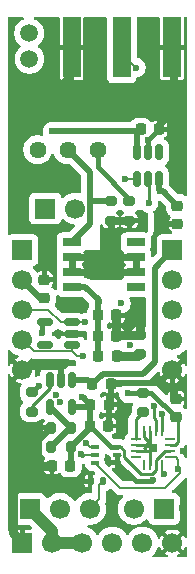
<source format=gtl>
G04 #@! TF.GenerationSoftware,KiCad,Pcbnew,9.0.6*
G04 #@! TF.CreationDate,2026-01-10T17:13:08+00:00*
G04 #@! TF.ProjectId,CurrentSource,43757272-656e-4745-936f-757263652e6b,rev?*
G04 #@! TF.SameCoordinates,Original*
G04 #@! TF.FileFunction,Copper,L1,Top*
G04 #@! TF.FilePolarity,Positive*
%FSLAX46Y46*%
G04 Gerber Fmt 4.6, Leading zero omitted, Abs format (unit mm)*
G04 Created by KiCad (PCBNEW 9.0.6) date 2026-01-10 17:13:08*
%MOMM*%
%LPD*%
G01*
G04 APERTURE LIST*
G04 Aperture macros list*
%AMRoundRect*
0 Rectangle with rounded corners*
0 $1 Rounding radius*
0 $2 $3 $4 $5 $6 $7 $8 $9 X,Y pos of 4 corners*
0 Add a 4 corners polygon primitive as box body*
4,1,4,$2,$3,$4,$5,$6,$7,$8,$9,$2,$3,0*
0 Add four circle primitives for the rounded corners*
1,1,$1+$1,$2,$3*
1,1,$1+$1,$4,$5*
1,1,$1+$1,$6,$7*
1,1,$1+$1,$8,$9*
0 Add four rect primitives between the rounded corners*
20,1,$1+$1,$2,$3,$4,$5,0*
20,1,$1+$1,$4,$5,$6,$7,0*
20,1,$1+$1,$6,$7,$8,$9,0*
20,1,$1+$1,$8,$9,$2,$3,0*%
G04 Aperture macros list end*
G04 #@! TA.AperFunction,ComponentPad*
%ADD10C,1.700000*%
G04 #@! TD*
G04 #@! TA.AperFunction,ComponentPad*
%ADD11R,1.700000X1.700000*%
G04 #@! TD*
G04 #@! TA.AperFunction,SMDPad,CuDef*
%ADD12RoundRect,0.135000X0.135000X0.185000X-0.135000X0.185000X-0.135000X-0.185000X0.135000X-0.185000X0*%
G04 #@! TD*
G04 #@! TA.AperFunction,SMDPad,CuDef*
%ADD13RoundRect,0.150000X0.512500X0.150000X-0.512500X0.150000X-0.512500X-0.150000X0.512500X-0.150000X0*%
G04 #@! TD*
G04 #@! TA.AperFunction,HeatsinkPad*
%ADD14R,0.800000X0.800000*%
G04 #@! TD*
G04 #@! TA.AperFunction,HeatsinkPad*
%ADD15C,0.500000*%
G04 #@! TD*
G04 #@! TA.AperFunction,SMDPad,CuDef*
%ADD16RoundRect,0.062500X-0.062500X-0.375000X0.062500X-0.375000X0.062500X0.375000X-0.062500X0.375000X0*%
G04 #@! TD*
G04 #@! TA.AperFunction,SMDPad,CuDef*
%ADD17RoundRect,0.062500X-0.375000X-0.062500X0.375000X-0.062500X0.375000X0.062500X-0.375000X0.062500X0*%
G04 #@! TD*
G04 #@! TA.AperFunction,SMDPad,CuDef*
%ADD18R,1.500000X5.080000*%
G04 #@! TD*
G04 #@! TA.AperFunction,SMDPad,CuDef*
%ADD19R,1.528000X0.650000*%
G04 #@! TD*
G04 #@! TA.AperFunction,SMDPad,CuDef*
%ADD20RoundRect,0.200000X0.275000X-0.200000X0.275000X0.200000X-0.275000X0.200000X-0.275000X-0.200000X0*%
G04 #@! TD*
G04 #@! TA.AperFunction,SMDPad,CuDef*
%ADD21RoundRect,0.200000X-0.275000X0.200000X-0.275000X-0.200000X0.275000X-0.200000X0.275000X0.200000X0*%
G04 #@! TD*
G04 #@! TA.AperFunction,SMDPad,CuDef*
%ADD22RoundRect,0.225000X-0.225000X-0.250000X0.225000X-0.250000X0.225000X0.250000X-0.225000X0.250000X0*%
G04 #@! TD*
G04 #@! TA.AperFunction,ComponentPad*
%ADD23C,1.500000*%
G04 #@! TD*
G04 #@! TA.AperFunction,SMDPad,CuDef*
%ADD24RoundRect,0.225000X0.250000X-0.225000X0.250000X0.225000X-0.250000X0.225000X-0.250000X-0.225000X0*%
G04 #@! TD*
G04 #@! TA.AperFunction,SMDPad,CuDef*
%ADD25RoundRect,0.150000X-0.150000X0.512500X-0.150000X-0.512500X0.150000X-0.512500X0.150000X0.512500X0*%
G04 #@! TD*
G04 #@! TA.AperFunction,SMDPad,CuDef*
%ADD26RoundRect,0.225000X-0.250000X0.225000X-0.250000X-0.225000X0.250000X-0.225000X0.250000X0.225000X0*%
G04 #@! TD*
G04 #@! TA.AperFunction,SMDPad,CuDef*
%ADD27RoundRect,0.100000X0.225000X0.100000X-0.225000X0.100000X-0.225000X-0.100000X0.225000X-0.100000X0*%
G04 #@! TD*
G04 #@! TA.AperFunction,ComponentPad*
%ADD28C,1.440000*%
G04 #@! TD*
G04 #@! TA.AperFunction,SMDPad,CuDef*
%ADD29RoundRect,0.225000X0.225000X0.250000X-0.225000X0.250000X-0.225000X-0.250000X0.225000X-0.250000X0*%
G04 #@! TD*
G04 #@! TA.AperFunction,SMDPad,CuDef*
%ADD30RoundRect,0.218750X0.218750X0.256250X-0.218750X0.256250X-0.218750X-0.256250X0.218750X-0.256250X0*%
G04 #@! TD*
G04 #@! TA.AperFunction,SMDPad,CuDef*
%ADD31RoundRect,0.200000X0.200000X0.275000X-0.200000X0.275000X-0.200000X-0.275000X0.200000X-0.275000X0*%
G04 #@! TD*
G04 #@! TA.AperFunction,ViaPad*
%ADD32C,0.600000*%
G04 #@! TD*
G04 #@! TA.AperFunction,Conductor*
%ADD33C,0.200000*%
G04 #@! TD*
G04 #@! TA.AperFunction,Conductor*
%ADD34C,0.250000*%
G04 #@! TD*
G04 #@! TA.AperFunction,Conductor*
%ADD35C,0.400000*%
G04 #@! TD*
G04 #@! TA.AperFunction,Conductor*
%ADD36C,0.500000*%
G04 #@! TD*
G04 #@! TA.AperFunction,Conductor*
%ADD37C,0.750000*%
G04 #@! TD*
G04 #@! TA.AperFunction,Conductor*
%ADD38C,1.000000*%
G04 #@! TD*
G04 #@! TA.AperFunction,Conductor*
%ADD39C,0.150000*%
G04 #@! TD*
G04 #@! TA.AperFunction,Conductor*
%ADD40C,0.600000*%
G04 #@! TD*
G04 #@! TA.AperFunction,Conductor*
%ADD41C,0.700000*%
G04 #@! TD*
G04 APERTURE END LIST*
D10*
X129040000Y-108400000D03*
X126500000Y-108400000D03*
D11*
X123960000Y-108400000D03*
D12*
X130110000Y-106075000D03*
X129090000Y-106075000D03*
D13*
X125212500Y-94522500D03*
X125212500Y-92622500D03*
X127487500Y-92622500D03*
X127487500Y-93572500D03*
X127487500Y-94522500D03*
D14*
X134350000Y-103272500D03*
D15*
X134350000Y-103272500D03*
D16*
X133600000Y-101835000D03*
X134100000Y-101835000D03*
X134600000Y-101835000D03*
X135100000Y-101835000D03*
D17*
X135787500Y-102522500D03*
X135787500Y-103022500D03*
X135787500Y-103522500D03*
X135787500Y-104022500D03*
D16*
X135100000Y-104710000D03*
X134600000Y-104710000D03*
X134100000Y-104710000D03*
X133600000Y-104710000D03*
D17*
X132912500Y-104022500D03*
X132912500Y-103522500D03*
X132912500Y-103022500D03*
X132912500Y-102522500D03*
D18*
X131725000Y-69325000D03*
X127475000Y-69325000D03*
X135975000Y-69325000D03*
D11*
X123320000Y-86485000D03*
D10*
X123320000Y-89025000D03*
X123320000Y-91565000D03*
X123320000Y-94105000D03*
X123320000Y-96645000D03*
D11*
X136020000Y-86485000D03*
D10*
X136020000Y-89025000D03*
X136020000Y-91565000D03*
X136020000Y-94105000D03*
X136020000Y-96645000D03*
D11*
X123320000Y-111250000D03*
D10*
X125860000Y-111250000D03*
X128400000Y-111250000D03*
X130940000Y-111250000D03*
X133480000Y-111250000D03*
X136020000Y-111250000D03*
D19*
X127481774Y-85822954D03*
X127481774Y-87092954D03*
X127481774Y-88362954D03*
X127481774Y-89632954D03*
X132903774Y-89632954D03*
X132903774Y-88362954D03*
X132903774Y-87092954D03*
X132903774Y-85822954D03*
D20*
X133250000Y-95325000D03*
X133250000Y-93675000D03*
D21*
X132377802Y-82351755D03*
X132377802Y-84001755D03*
D22*
X129010000Y-101380000D03*
X130560000Y-101380000D03*
D23*
X123881597Y-68118654D03*
D24*
X136290000Y-100660000D03*
X136290000Y-99110000D03*
D20*
X124090000Y-100160000D03*
X124090000Y-98510000D03*
D24*
X125175007Y-90541678D03*
X125175007Y-88991678D03*
D25*
X127540000Y-97495000D03*
X126590000Y-97495000D03*
X125640000Y-97495000D03*
X125640000Y-99770000D03*
X127540000Y-99770000D03*
D20*
X133530000Y-100200000D03*
X133530000Y-98550000D03*
D11*
X125250000Y-82975000D03*
D10*
X127790000Y-82975000D03*
D22*
X129725000Y-93750000D03*
X131275000Y-93750000D03*
D25*
X134903847Y-78212500D03*
X133953847Y-78212500D03*
X133003847Y-78212500D03*
X133003847Y-80487500D03*
X133953847Y-80487500D03*
X134903847Y-80487500D03*
D26*
X136442953Y-82725000D03*
X136442953Y-84275000D03*
D22*
X133325000Y-76275000D03*
X134875000Y-76275000D03*
D11*
X135300000Y-108400000D03*
D10*
X132760000Y-108400000D03*
D27*
X131340000Y-104490000D03*
X131340000Y-103840000D03*
X131340000Y-103190000D03*
X129440000Y-103190000D03*
X129440000Y-103840000D03*
X129440000Y-104490000D03*
D21*
X130787802Y-82351755D03*
X130787802Y-84001755D03*
D28*
X124613399Y-77991232D03*
X127153399Y-77991232D03*
X129693399Y-77991232D03*
D29*
X127375000Y-104750000D03*
X125825000Y-104750000D03*
D30*
X131287500Y-95500000D03*
X129712500Y-95500000D03*
D22*
X129075000Y-99580000D03*
X130625000Y-99580000D03*
D31*
X127395000Y-101540000D03*
X125745000Y-101540000D03*
D23*
X123896879Y-70311183D03*
D31*
X127400000Y-103130000D03*
X125750000Y-103130000D03*
D22*
X129235000Y-97870000D03*
X130785000Y-97870000D03*
X129725000Y-92000000D03*
X131275000Y-92000000D03*
D32*
X133250000Y-91250000D03*
X124275000Y-106625000D03*
X127575861Y-96055861D03*
X125325000Y-106650000D03*
X128511250Y-93583750D03*
X133250000Y-92750000D03*
X136910000Y-103530000D03*
X136856526Y-108286783D03*
X136263860Y-75975621D03*
X136846340Y-106830116D03*
X133953847Y-77196153D03*
X134400000Y-106000000D03*
X123500000Y-76500000D03*
X135194232Y-84295465D03*
X126500000Y-91351729D03*
X136825967Y-109661958D03*
X125000000Y-93490000D03*
X132272214Y-98627786D03*
X125831000Y-76410000D03*
X124700000Y-97975000D03*
X128325000Y-98950000D03*
X135000000Y-81500000D03*
X132425000Y-94500000D03*
X134000000Y-82500000D03*
X128475000Y-95500000D03*
X134425707Y-99674293D03*
X132000000Y-80500000D03*
X131675000Y-91000000D03*
X128645246Y-92622500D03*
X135100000Y-100350000D03*
X136520000Y-105010000D03*
X132962500Y-71037500D03*
X128275070Y-103780470D03*
X129402093Y-87092954D03*
X128684975Y-102834975D03*
X126122735Y-98750000D03*
X126500000Y-99356999D03*
X135275000Y-105475000D03*
X129423231Y-88358744D03*
X129756643Y-90916085D03*
D33*
X129810000Y-106375000D02*
X130110000Y-106075000D01*
X129810000Y-107590000D02*
X129810000Y-106375000D01*
X129000000Y-108400000D02*
X129810000Y-107590000D01*
D34*
X133600000Y-102290000D02*
X134100000Y-102790000D01*
D35*
X136020000Y-98840000D02*
X136290000Y-99110000D01*
D36*
X136250000Y-74600000D02*
X136250000Y-72875000D01*
X123492399Y-76492399D02*
X123492399Y-75561601D01*
X125325000Y-106650000D02*
X126350000Y-106650000D01*
D34*
X134100000Y-102790000D02*
X134100000Y-102840000D01*
D35*
X136020000Y-96645000D02*
X136020000Y-98840000D01*
D37*
X122534000Y-106964000D02*
X124748000Y-104750000D01*
D36*
X128500000Y-93572500D02*
X127487500Y-93572500D01*
D35*
X132930000Y-106080000D02*
X131340000Y-104490000D01*
D36*
X134916000Y-97749000D02*
X136020000Y-96645000D01*
D34*
X134100000Y-103522500D02*
X134100000Y-104710000D01*
D36*
X127450000Y-69300000D02*
X127475000Y-69325000D01*
D35*
X127575861Y-96055861D02*
X127570000Y-96050000D01*
D34*
X132912500Y-103522500D02*
X134100000Y-103522500D01*
X134100000Y-102840000D02*
X134100000Y-103022500D01*
D37*
X122534000Y-110464000D02*
X122534000Y-106964000D01*
D36*
X136442953Y-84275000D02*
X135214697Y-84275000D01*
X126590000Y-96501112D02*
X126590000Y-97495000D01*
D34*
X134100000Y-101835000D02*
X134100000Y-102840000D01*
D35*
X133953847Y-78212500D02*
X133953847Y-77196153D01*
D34*
X131549516Y-103840000D02*
X131340000Y-103840000D01*
D37*
X124748000Y-104750000D02*
X125825000Y-104750000D01*
D35*
X134875000Y-76275000D02*
X134875000Y-75975000D01*
X134400000Y-106000000D02*
X134320000Y-106080000D01*
D36*
X125745000Y-101540000D02*
X124748000Y-102537000D01*
X135975000Y-71615000D02*
X135975000Y-69325000D01*
D35*
X134875000Y-75975000D02*
X136250000Y-74600000D01*
D34*
X132912500Y-103022500D02*
X134100000Y-103022500D01*
D36*
X135214697Y-84275000D02*
X135194232Y-84295465D01*
D34*
X133600000Y-101835000D02*
X133600000Y-102290000D01*
D37*
X131275000Y-93750000D02*
X131350000Y-93675000D01*
D35*
X133953847Y-78212500D02*
X133978847Y-78237500D01*
D36*
X136250000Y-74600000D02*
X136250000Y-75961761D01*
X130785000Y-97870000D02*
X130906000Y-97749000D01*
X123492399Y-75561601D02*
X127475000Y-71579000D01*
D37*
X131350000Y-93675000D02*
X133250000Y-93675000D01*
D36*
X136250000Y-71890000D02*
X135975000Y-71615000D01*
D34*
X134100000Y-103022500D02*
X134350000Y-103272500D01*
X128965000Y-105950000D02*
X127050000Y-105950000D01*
D36*
X124748000Y-102537000D02*
X124748000Y-104750000D01*
D37*
X131275000Y-92000000D02*
X131275000Y-93750000D01*
D36*
X123500000Y-76500000D02*
X123492399Y-76492399D01*
X128511250Y-93583750D02*
X128500000Y-93572500D01*
D35*
X131340000Y-103840000D02*
X131340000Y-104490000D01*
D36*
X136250000Y-72875000D02*
X136250000Y-71890000D01*
X130785000Y-99420000D02*
X130625000Y-99580000D01*
X136442953Y-84275000D02*
X136424344Y-84293609D01*
X130625000Y-99580000D02*
X130625000Y-101315000D01*
D37*
X133250000Y-93675000D02*
X133250000Y-92750000D01*
D36*
X130906000Y-97749000D02*
X134916000Y-97749000D01*
D35*
X133953847Y-77196153D02*
X134875000Y-76275000D01*
D36*
X126520388Y-96431500D02*
X126590000Y-96501112D01*
D34*
X134100000Y-103522500D02*
X134350000Y-103272500D01*
X129090000Y-106075000D02*
X128965000Y-105950000D01*
X127050000Y-105950000D02*
X126350000Y-106650000D01*
D36*
X123320000Y-96645000D02*
X123533500Y-96431500D01*
D37*
X123320000Y-111250000D02*
X122534000Y-110464000D01*
D35*
X127041112Y-96050000D02*
X126590000Y-96501112D01*
X134320000Y-106080000D02*
X132930000Y-106080000D01*
D36*
X123533500Y-96431500D02*
X126520388Y-96431500D01*
X130785000Y-97870000D02*
X130785000Y-99420000D01*
D35*
X127570000Y-96050000D02*
X127041112Y-96050000D01*
D36*
X130625000Y-101315000D02*
X130560000Y-101380000D01*
D35*
X127475000Y-71579000D02*
X127475000Y-69325000D01*
D36*
X136125000Y-111145000D02*
X136020000Y-111250000D01*
D35*
X131380000Y-104490000D02*
X131340000Y-104490000D01*
D36*
X125831000Y-76410000D02*
X131620000Y-76410000D01*
D35*
X125000000Y-93490000D02*
X125000000Y-92835000D01*
D36*
X133330000Y-76390000D02*
X133325000Y-76385000D01*
X133325000Y-76385000D02*
X133325000Y-76275000D01*
D35*
X124625000Y-97975000D02*
X124090000Y-98510000D01*
D34*
X135787500Y-103022500D02*
X136205444Y-103022500D01*
D35*
X125000000Y-92835000D02*
X125212500Y-92622500D01*
X124700000Y-97975000D02*
X124625000Y-97975000D01*
X136290000Y-100619346D02*
X136290000Y-100660000D01*
D36*
X133003847Y-76596153D02*
X133325000Y-76275000D01*
D35*
X132272214Y-98627786D02*
X132350000Y-98550000D01*
D34*
X136501000Y-100871000D02*
X136290000Y-100660000D01*
D36*
X131620000Y-76410000D02*
X133190000Y-76410000D01*
D34*
X136205444Y-103022500D02*
X136501000Y-102726944D01*
D36*
X133190000Y-76410000D02*
X133325000Y-76275000D01*
D34*
X136501000Y-102726944D02*
X136501000Y-100871000D01*
D36*
X133215000Y-76275000D02*
X133325000Y-76275000D01*
X133003847Y-78212500D02*
X133003847Y-76596153D01*
X123320000Y-89025000D02*
X124836678Y-90541678D01*
D35*
X132350000Y-98550000D02*
X133530000Y-98550000D01*
X133530000Y-98550000D02*
X134220654Y-98550000D01*
D36*
X124836678Y-90541678D02*
X125008312Y-90541678D01*
D35*
X134220654Y-98550000D02*
X136290000Y-100619346D01*
D37*
X135770000Y-86235000D02*
X136020000Y-86485000D01*
D36*
X129235000Y-97870000D02*
X130111000Y-96994000D01*
X134500000Y-96000000D02*
X134500000Y-88005000D01*
X128860000Y-97495000D02*
X129235000Y-97870000D01*
X133506000Y-96994000D02*
X134500000Y-96000000D01*
X134500000Y-88005000D02*
X136020000Y-86485000D01*
X130111000Y-96994000D02*
X133506000Y-96994000D01*
X127540000Y-97495000D02*
X128860000Y-97495000D01*
X127400000Y-103130000D02*
X127400000Y-104725000D01*
D34*
X134323999Y-105423500D02*
X133348884Y-105423500D01*
X134600000Y-105147499D02*
X134323999Y-105423500D01*
X134600000Y-104710000D02*
X134600000Y-105147499D01*
D35*
X130820000Y-103190000D02*
X129010000Y-101380000D01*
D36*
X129010000Y-101380000D02*
X129030000Y-101380000D01*
D34*
X135787500Y-103522500D02*
X135369556Y-103522500D01*
X133348884Y-105423500D02*
X131950516Y-104025132D01*
D36*
X128325000Y-98950000D02*
X128445000Y-98950000D01*
X135000000Y-81500000D02*
X134903847Y-81403847D01*
X129010000Y-101380000D02*
X129010000Y-101520000D01*
X129075000Y-101315000D02*
X129010000Y-101380000D01*
X135217953Y-81500000D02*
X135000000Y-81500000D01*
X128240000Y-99770000D02*
X128885000Y-99770000D01*
X129075000Y-99580000D02*
X129075000Y-101315000D01*
D34*
X131950516Y-103475517D02*
X131664999Y-103190000D01*
D36*
X127540000Y-99770000D02*
X128240000Y-99770000D01*
X136442953Y-82725000D02*
X135217953Y-81500000D01*
X129010000Y-101520000D02*
X127400000Y-103130000D01*
D35*
X131340000Y-103190000D02*
X130820000Y-103190000D01*
D34*
X131664999Y-103190000D02*
X131340000Y-103190000D01*
D36*
X134903847Y-81403847D02*
X134903847Y-80487500D01*
D34*
X131950516Y-104025132D02*
X131950516Y-103475517D01*
X135369556Y-103522500D02*
X134600000Y-104292056D01*
X134600000Y-104292056D02*
X134600000Y-104710000D01*
D36*
X128445000Y-98950000D02*
X129075000Y-99580000D01*
X128885000Y-99770000D02*
X129075000Y-99580000D01*
X123320000Y-94520000D02*
X123320000Y-94105000D01*
D33*
X124288500Y-95073500D02*
X123320000Y-94105000D01*
X127487500Y-94522500D02*
X127487500Y-95073500D01*
D34*
X134000000Y-80637500D02*
X134125000Y-80512500D01*
X134600000Y-100910000D02*
X134600000Y-101835000D01*
X134425707Y-100735707D02*
X134600000Y-100910000D01*
D33*
X128475000Y-95500000D02*
X127914000Y-95500000D01*
D34*
X134000000Y-82500000D02*
X134000000Y-80637500D01*
D33*
X127487500Y-95073500D02*
X124288500Y-95073500D01*
X127914000Y-95500000D02*
X127487500Y-95073500D01*
D34*
X134425707Y-99674293D02*
X134425707Y-100735707D01*
D38*
X125860000Y-110290000D02*
X123910000Y-108340000D01*
X125860000Y-111250000D02*
X128400000Y-111250000D01*
X125860000Y-111250000D02*
X125860000Y-110290000D01*
D33*
X132991347Y-80500000D02*
X133003847Y-80487500D01*
X128645246Y-92622500D02*
X127487500Y-92622500D01*
X132000000Y-80500000D02*
X132991347Y-80500000D01*
D34*
X133003847Y-80683653D02*
X133175000Y-80512500D01*
D33*
X125506521Y-91558855D02*
X125500376Y-91565000D01*
X127487500Y-92622500D02*
X126570166Y-92622500D01*
X126570166Y-92622500D02*
X125506521Y-91558855D01*
X125500376Y-91565000D02*
X123320000Y-91565000D01*
D34*
X135100000Y-101835000D02*
X135100000Y-100350000D01*
D37*
X131287500Y-95500000D02*
X133075000Y-95500000D01*
X133075000Y-95500000D02*
X133250000Y-95325000D01*
D39*
X131725000Y-69800000D02*
X131725000Y-69325000D01*
X136650000Y-105400000D02*
X136650000Y-105140000D01*
X131725000Y-70800000D02*
X131725000Y-69325000D01*
X136302500Y-104022500D02*
X136300000Y-104025000D01*
X136650000Y-105140000D02*
X136520000Y-105010000D01*
X131600000Y-106650000D02*
X135400000Y-106650000D01*
X132962500Y-71037500D02*
X131725000Y-69800000D01*
X135787500Y-104022500D02*
X136302500Y-104022500D01*
X136520000Y-104245000D02*
X136520000Y-105010000D01*
X136300000Y-104025000D02*
X136520000Y-104245000D01*
X129440000Y-104490000D02*
X131600000Y-106650000D01*
X135400000Y-106650000D02*
X136650000Y-105400000D01*
D34*
X133530000Y-100200000D02*
X132912500Y-100817500D01*
X132912500Y-100817500D02*
X132912500Y-102522500D01*
D36*
X127340000Y-101540000D02*
X125750000Y-103130000D01*
X125640000Y-99770000D02*
X125640000Y-99785000D01*
X127395000Y-101540000D02*
X127395000Y-101525000D01*
X127395000Y-101525000D02*
X125640000Y-99770000D01*
X127395000Y-101540000D02*
X127340000Y-101540000D01*
D34*
X125640000Y-98157499D02*
X125640000Y-97495000D01*
X124090000Y-100160000D02*
X124090000Y-99707499D01*
X124090000Y-99707499D02*
X125640000Y-98157499D01*
D39*
X129440000Y-103840000D02*
X128334600Y-103840000D01*
D35*
X128275070Y-103780470D02*
X128345600Y-103851000D01*
D39*
X128334600Y-103840000D02*
X128275070Y-103780470D01*
D40*
X132903774Y-88362954D02*
X127481774Y-88362954D01*
X130787802Y-84001755D02*
X130787802Y-86055152D01*
X130787802Y-86055152D02*
X129750000Y-87092954D01*
D41*
X130787802Y-84001755D02*
X132377802Y-84001755D01*
D33*
X135100000Y-104710000D02*
X135100000Y-105300000D01*
D40*
X127481774Y-87092954D02*
X127481774Y-88362954D01*
X132903774Y-87092954D02*
X132903774Y-88362954D01*
D39*
X129440000Y-103190000D02*
X129040000Y-103190000D01*
D40*
X132903774Y-87092954D02*
X127481774Y-87092954D01*
D37*
X123896879Y-70311183D02*
X123896879Y-70353121D01*
D33*
X135100000Y-105300000D02*
X135275000Y-105475000D01*
D37*
X123896879Y-70353121D02*
X123750000Y-70500000D01*
D39*
X129040000Y-103190000D02*
X128684975Y-102834975D01*
D35*
X129693399Y-79443399D02*
X132377802Y-82127802D01*
X132377802Y-82127802D02*
X132377802Y-82351755D01*
X129693399Y-77991232D02*
X129693399Y-79443399D01*
D36*
X127481774Y-85822954D02*
X129041000Y-84263728D01*
X130787802Y-82351755D02*
X129142755Y-82351755D01*
X129041000Y-84263728D02*
X129041000Y-82250000D01*
X129041000Y-79878833D02*
X127153399Y-77991232D01*
X129041000Y-82250000D02*
X129041000Y-79878833D01*
X129142755Y-82351755D02*
X129041000Y-82250000D01*
X129725000Y-92000000D02*
X129725000Y-95487500D01*
X129756643Y-90916085D02*
X129756643Y-90756643D01*
X128632954Y-89632954D02*
X127481774Y-89632954D01*
X129725000Y-93000000D02*
X129725000Y-92000000D01*
X129725000Y-93750000D02*
X129725000Y-93000000D01*
X129756643Y-90916085D02*
X129750000Y-90922728D01*
X129725000Y-95487500D02*
X129712500Y-95500000D01*
X129750000Y-91975000D02*
X129725000Y-92000000D01*
X129725000Y-93000000D02*
X129725000Y-95487500D01*
X129756643Y-90756643D02*
X128632954Y-89632954D01*
X129750000Y-90922728D02*
X129750000Y-91975000D01*
G04 #@! TA.AperFunction,Conductor*
G36*
X131762347Y-86478943D02*
G01*
X131782228Y-86505500D01*
X131854462Y-86559574D01*
X131896332Y-86615507D01*
X131901768Y-86683030D01*
X131889774Y-86743330D01*
X131889774Y-86892954D01*
X132779774Y-86892954D01*
X132846813Y-86912639D01*
X132892568Y-86965443D01*
X132903774Y-87016954D01*
X132903774Y-87092954D01*
X132979774Y-87092954D01*
X133046813Y-87112639D01*
X133092568Y-87165443D01*
X133103774Y-87216954D01*
X133103774Y-87690966D01*
X133109578Y-87701596D01*
X133107998Y-87723682D01*
X133111150Y-87745601D01*
X133105554Y-87757852D01*
X133104594Y-87771288D01*
X133103774Y-87772383D01*
X133103774Y-88238954D01*
X133084089Y-88305993D01*
X133031285Y-88351748D01*
X132979774Y-88362954D01*
X132903774Y-88362954D01*
X132903774Y-88438954D01*
X132884089Y-88505993D01*
X132831285Y-88551748D01*
X132779774Y-88562954D01*
X131889774Y-88562954D01*
X131889774Y-88712582D01*
X131901767Y-88772876D01*
X131900491Y-88787127D01*
X131904088Y-88800975D01*
X131897440Y-88821230D01*
X131895540Y-88842468D01*
X131886346Y-88855035D01*
X131882301Y-88867361D01*
X131861469Y-88889040D01*
X131858359Y-88893292D01*
X131856421Y-88894866D01*
X131782228Y-88950408D01*
X131773125Y-88962567D01*
X131761243Y-88972225D01*
X131742576Y-88980048D01*
X131726372Y-88992180D01*
X131704000Y-88996216D01*
X131696804Y-88999233D01*
X131691986Y-88998384D01*
X131683034Y-89000000D01*
X129074150Y-89000000D01*
X129007111Y-88980315D01*
X129005257Y-88979101D01*
X128988451Y-88967871D01*
X128988442Y-88967866D01*
X128851871Y-88911297D01*
X128851861Y-88911294D01*
X128706874Y-88882454D01*
X128706872Y-88882454D01*
X128613078Y-88882454D01*
X128546039Y-88862769D01*
X128500284Y-88809965D01*
X128490340Y-88740807D01*
X128491461Y-88734262D01*
X128495774Y-88712580D01*
X128495774Y-88562954D01*
X127605774Y-88562954D01*
X127538735Y-88543269D01*
X127492980Y-88490465D01*
X127481774Y-88438954D01*
X127481774Y-88362954D01*
X127405774Y-88362954D01*
X127338735Y-88343269D01*
X127292980Y-88290465D01*
X127281774Y-88238954D01*
X127281774Y-87764941D01*
X127275970Y-87754312D01*
X127277549Y-87732225D01*
X127274398Y-87710307D01*
X127279993Y-87698055D01*
X127280500Y-87690966D01*
X127681774Y-87690966D01*
X127687578Y-87701596D01*
X127685998Y-87723682D01*
X127689150Y-87745601D01*
X127683554Y-87757852D01*
X127682594Y-87771288D01*
X127681774Y-87772563D01*
X127681774Y-88162954D01*
X128495774Y-88162954D01*
X128495774Y-88013327D01*
X128495773Y-88013325D01*
X128481270Y-87940413D01*
X128481268Y-87940409D01*
X128426014Y-87857715D01*
X128386117Y-87831057D01*
X128341312Y-87777445D01*
X128332603Y-87708120D01*
X128362758Y-87645092D01*
X128386117Y-87624851D01*
X128426014Y-87598192D01*
X128481268Y-87515498D01*
X128481270Y-87515494D01*
X128495773Y-87442582D01*
X131889774Y-87442582D01*
X131904277Y-87515494D01*
X131904279Y-87515498D01*
X131959534Y-87598193D01*
X131999431Y-87624852D01*
X132044236Y-87678464D01*
X132052943Y-87747789D01*
X132022789Y-87810816D01*
X131999431Y-87831056D01*
X131959534Y-87857714D01*
X131904279Y-87940409D01*
X131904277Y-87940413D01*
X131889774Y-88013325D01*
X131889774Y-88162954D01*
X132703774Y-88162954D01*
X132703774Y-87764941D01*
X132697970Y-87754312D01*
X132699549Y-87732225D01*
X132696398Y-87710307D01*
X132701993Y-87698055D01*
X132702954Y-87684620D01*
X132703774Y-87683344D01*
X132703774Y-87292954D01*
X131889774Y-87292954D01*
X131889774Y-87442582D01*
X128495773Y-87442582D01*
X128495774Y-87442580D01*
X128495774Y-87292954D01*
X127681774Y-87292954D01*
X127681774Y-87690966D01*
X127280500Y-87690966D01*
X127280954Y-87684620D01*
X127281774Y-87683524D01*
X127281774Y-87216954D01*
X127301459Y-87149915D01*
X127354263Y-87104160D01*
X127405774Y-87092954D01*
X127481774Y-87092954D01*
X127481774Y-87016954D01*
X127501459Y-86949915D01*
X127554263Y-86904160D01*
X127605774Y-86892954D01*
X128495774Y-86892954D01*
X128495774Y-86743327D01*
X128483780Y-86683032D01*
X128485272Y-86666356D01*
X128481713Y-86649995D01*
X128488321Y-86632276D01*
X128490007Y-86613440D01*
X128500458Y-86599734D01*
X128506129Y-86584531D01*
X128531080Y-86559578D01*
X128603320Y-86505500D01*
X128603322Y-86505496D01*
X128606175Y-86503361D01*
X128671640Y-86478943D01*
X128680242Y-86478628D01*
X131758581Y-86473912D01*
X131762347Y-86478943D01*
G37*
G04 #@! TD.AperFunction*
G04 #@! TA.AperFunction,Conductor*
G36*
X133444622Y-83080841D02*
G01*
X133465634Y-83097713D01*
X133489707Y-83121786D01*
X133489711Y-83121789D01*
X133620814Y-83209390D01*
X133620827Y-83209397D01*
X133724297Y-83252255D01*
X133746660Y-83261518D01*
X133766501Y-83269736D01*
X133766503Y-83269737D01*
X133811378Y-83278663D01*
X133873287Y-83311047D01*
X133907861Y-83371763D01*
X133911185Y-83400280D01*
X133911185Y-84880431D01*
X133891500Y-84947470D01*
X133838696Y-84993225D01*
X133773932Y-85003720D01*
X133715647Y-84997454D01*
X133715638Y-84997454D01*
X132091903Y-84997454D01*
X132091897Y-84997455D01*
X132032290Y-85003862D01*
X131897445Y-85054156D01*
X131897438Y-85054160D01*
X131782229Y-85140406D01*
X131782226Y-85140409D01*
X131695980Y-85255618D01*
X131695976Y-85255625D01*
X131645684Y-85390467D01*
X131645683Y-85390471D01*
X131639274Y-85450081D01*
X131639274Y-85450088D01*
X131639274Y-85450089D01*
X131639274Y-86195824D01*
X131639275Y-86195830D01*
X131645682Y-86255437D01*
X131695976Y-86390282D01*
X131695980Y-86390289D01*
X131765132Y-86482663D01*
X131782228Y-86505500D01*
X131846298Y-86553463D01*
X129859897Y-86558526D01*
X129856617Y-84418970D01*
X129876199Y-84351904D01*
X129928933Y-84306068D01*
X129998076Y-84296018D01*
X130061676Y-84324946D01*
X130097659Y-84377829D01*
X130110455Y-84414400D01*
X130191009Y-84523547D01*
X130300156Y-84604101D01*
X130428199Y-84648904D01*
X130458580Y-84651753D01*
X130458608Y-84651754D01*
X130587801Y-84651754D01*
X130987802Y-84651754D01*
X131116998Y-84651754D01*
X131147408Y-84648903D01*
X131275447Y-84604101D01*
X131384594Y-84523547D01*
X131465148Y-84414400D01*
X131465760Y-84412652D01*
X131466947Y-84410996D01*
X131469492Y-84406182D01*
X131470150Y-84406530D01*
X131506481Y-84355876D01*
X131571434Y-84330128D01*
X131639995Y-84343584D01*
X131690399Y-84391970D01*
X131699844Y-84412652D01*
X131700455Y-84414400D01*
X131781009Y-84523547D01*
X131890156Y-84604101D01*
X132018199Y-84648904D01*
X132048580Y-84651753D01*
X132048608Y-84651754D01*
X132177801Y-84651754D01*
X132577802Y-84651754D01*
X132706998Y-84651754D01*
X132737408Y-84648903D01*
X132865447Y-84604101D01*
X132974594Y-84523547D01*
X133055148Y-84414400D01*
X133099951Y-84286359D01*
X133099951Y-84286355D01*
X133102802Y-84255961D01*
X133102802Y-84201755D01*
X132577802Y-84201755D01*
X132577802Y-84651754D01*
X132177801Y-84651754D01*
X132177802Y-84651753D01*
X132177802Y-84201755D01*
X131642891Y-84201755D01*
X131634314Y-84209187D01*
X131620980Y-84211104D01*
X131609157Y-84217560D01*
X131587071Y-84215979D01*
X131565156Y-84219131D01*
X131552903Y-84213535D01*
X131539465Y-84212574D01*
X131525013Y-84201755D01*
X130987802Y-84201755D01*
X130987802Y-84651754D01*
X130587801Y-84651754D01*
X130587802Y-84651753D01*
X130587802Y-84125755D01*
X130607487Y-84058716D01*
X130660291Y-84012961D01*
X130711802Y-84001755D01*
X130787802Y-84001755D01*
X130787802Y-83925755D01*
X130807487Y-83858716D01*
X130860291Y-83812961D01*
X130911802Y-83801755D01*
X131522711Y-83801755D01*
X131531289Y-83794322D01*
X131544618Y-83792405D01*
X131556440Y-83785950D01*
X131578529Y-83787529D01*
X131600447Y-83784378D01*
X131612697Y-83789972D01*
X131626131Y-83790933D01*
X131642971Y-83801755D01*
X133102801Y-83801755D01*
X133102801Y-83747558D01*
X133099950Y-83717148D01*
X133055148Y-83589109D01*
X132974594Y-83479962D01*
X132890704Y-83418049D01*
X132848454Y-83362402D01*
X132842995Y-83292745D01*
X132876063Y-83231196D01*
X132927449Y-83199894D01*
X132942408Y-83195233D01*
X133087987Y-83107227D01*
X133096812Y-83098401D01*
X133123556Y-83083796D01*
X133149137Y-83067229D01*
X133155656Y-83066268D01*
X133158132Y-83064916D01*
X133184045Y-83062082D01*
X133377516Y-83061395D01*
X133444622Y-83080841D01*
G37*
G04 #@! TD.AperFunction*
G04 #@! TA.AperFunction,Conductor*
G36*
X131584240Y-83078597D02*
G01*
X131612099Y-83077285D01*
X131622106Y-83081297D01*
X131626111Y-83081583D01*
X131631576Y-83085094D01*
X131644858Y-83090420D01*
X131658964Y-83098574D01*
X131667617Y-83107227D01*
X131813196Y-83195233D01*
X131841355Y-83204007D01*
X131853322Y-83210925D01*
X131901511Y-83261518D01*
X131914697Y-83330132D01*
X131888695Y-83394983D01*
X131864899Y-83418049D01*
X131781009Y-83479962D01*
X131700455Y-83589109D01*
X131700451Y-83589118D01*
X131699838Y-83590870D01*
X131698650Y-83592525D01*
X131696112Y-83597328D01*
X131695454Y-83596980D01*
X131659111Y-83647642D01*
X131594155Y-83673382D01*
X131525595Y-83659919D01*
X131475197Y-83611526D01*
X131465757Y-83590850D01*
X131465147Y-83589109D01*
X131465148Y-83589109D01*
X131384594Y-83479962D01*
X131300704Y-83418049D01*
X131258454Y-83362402D01*
X131252995Y-83292745D01*
X131286063Y-83231196D01*
X131337449Y-83199894D01*
X131352408Y-83195233D01*
X131497987Y-83107227D01*
X131497996Y-83107217D01*
X131503891Y-83102601D01*
X131505376Y-83104497D01*
X131519575Y-83096740D01*
X131542307Y-83080572D01*
X131549818Y-83080218D01*
X131556418Y-83076613D01*
X131584240Y-83078597D01*
G37*
G04 #@! TD.AperFunction*
G04 #@! TA.AperFunction,Conductor*
G36*
X135554075Y-111442993D02*
G01*
X135619901Y-111557007D01*
X135712993Y-111650099D01*
X135827007Y-111715925D01*
X135834822Y-111718019D01*
X135396307Y-112156534D01*
X135443478Y-112190805D01*
X135597749Y-112269411D01*
X135601431Y-112270936D01*
X135655837Y-112314773D01*
X135677907Y-112381066D01*
X135660632Y-112448766D01*
X135609498Y-112496380D01*
X135553986Y-112509500D01*
X134425689Y-112509500D01*
X134358650Y-112489815D01*
X134312895Y-112437011D01*
X134302951Y-112367853D01*
X134331976Y-112304297D01*
X134352804Y-112285181D01*
X134359792Y-112280104D01*
X134510104Y-112129792D01*
X134510106Y-112129788D01*
X134510109Y-112129786D01*
X134635048Y-111957820D01*
X134635047Y-111957820D01*
X134635051Y-111957816D01*
X134731557Y-111768412D01*
X134763765Y-111669284D01*
X134803201Y-111611611D01*
X134867559Y-111584412D01*
X134936406Y-111596326D01*
X134987882Y-111643570D01*
X134999625Y-111669282D01*
X135000591Y-111672256D01*
X135079195Y-111826523D01*
X135079196Y-111826525D01*
X135113463Y-111873691D01*
X135113464Y-111873691D01*
X135551980Y-111435176D01*
X135554075Y-111442993D01*
G37*
G04 #@! TD.AperFunction*
G04 #@! TA.AperFunction,Conductor*
G36*
X136926533Y-111873692D02*
G01*
X136926534Y-111873691D01*
X136960803Y-111826525D01*
X137039410Y-111672252D01*
X137040934Y-111668573D01*
X137084769Y-111614165D01*
X137151060Y-111592093D01*
X137218762Y-111609364D01*
X137266378Y-111660496D01*
X137279500Y-111716013D01*
X137279500Y-112385500D01*
X137259815Y-112452539D01*
X137207011Y-112498294D01*
X137155500Y-112509500D01*
X136486014Y-112509500D01*
X136418975Y-112489815D01*
X136373220Y-112437011D01*
X136363276Y-112367853D01*
X136392301Y-112304297D01*
X136438569Y-112270936D01*
X136442250Y-112269411D01*
X136596525Y-112190803D01*
X136643691Y-112156534D01*
X136643692Y-112156533D01*
X136205178Y-111718019D01*
X136212993Y-111715925D01*
X136327007Y-111650099D01*
X136420099Y-111557007D01*
X136485925Y-111442993D01*
X136488019Y-111435177D01*
X136926533Y-111873692D01*
G37*
G04 #@! TD.AperFunction*
G04 #@! TA.AperFunction,Conductor*
G36*
X137198834Y-105767559D02*
G01*
X137254767Y-105809431D01*
X137279184Y-105874895D01*
X137279500Y-105883741D01*
X137279500Y-110783986D01*
X137259815Y-110851025D01*
X137207011Y-110896780D01*
X137137853Y-110906724D01*
X137074297Y-110877699D01*
X137040936Y-110831431D01*
X137039411Y-110827749D01*
X136960805Y-110673478D01*
X136926534Y-110626307D01*
X136488019Y-111064822D01*
X136485925Y-111057007D01*
X136420099Y-110942993D01*
X136327007Y-110849901D01*
X136212993Y-110784075D01*
X136205176Y-110781980D01*
X136643691Y-110343464D01*
X136643691Y-110343463D01*
X136596525Y-110309196D01*
X136596523Y-110309195D01*
X136442257Y-110230591D01*
X136277584Y-110177085D01*
X136106571Y-110150000D01*
X135933429Y-110150000D01*
X135762415Y-110177085D01*
X135597740Y-110230592D01*
X135443475Y-110309196D01*
X135396307Y-110343463D01*
X135396307Y-110343464D01*
X135834823Y-110781980D01*
X135827007Y-110784075D01*
X135712993Y-110849901D01*
X135619901Y-110942993D01*
X135554075Y-111057007D01*
X135551980Y-111064823D01*
X135113464Y-110626307D01*
X135113463Y-110626307D01*
X135079196Y-110673475D01*
X135000590Y-110827743D01*
X135000590Y-110827744D01*
X134999623Y-110830722D01*
X134998950Y-110831705D01*
X134998729Y-110832240D01*
X134998616Y-110832193D01*
X134960182Y-110888394D01*
X134895821Y-110915588D01*
X134826976Y-110903668D01*
X134775503Y-110856421D01*
X134763766Y-110830719D01*
X134731557Y-110731588D01*
X134635051Y-110542184D01*
X134510104Y-110370208D01*
X134359792Y-110219896D01*
X134359786Y-110219890D01*
X134187820Y-110094951D01*
X133998414Y-109998444D01*
X133998413Y-109998443D01*
X133998412Y-109998443D01*
X133796243Y-109932754D01*
X133796241Y-109932753D01*
X133796240Y-109932753D01*
X133634957Y-109907208D01*
X133586287Y-109899500D01*
X133373713Y-109899500D01*
X133318100Y-109908308D01*
X133260622Y-109917411D01*
X133260611Y-109917413D01*
X133163757Y-109932754D01*
X133038652Y-109973403D01*
X133038645Y-109973405D01*
X132961585Y-109998444D01*
X132772179Y-110094951D01*
X132600213Y-110219890D01*
X132449890Y-110370213D01*
X132324949Y-110542182D01*
X132320484Y-110550946D01*
X132272509Y-110601742D01*
X132204688Y-110618536D01*
X132138553Y-110595998D01*
X132099516Y-110550946D01*
X132095050Y-110542182D01*
X131970109Y-110370213D01*
X131819786Y-110219890D01*
X131647820Y-110094951D01*
X131458414Y-109998444D01*
X131458413Y-109998443D01*
X131458412Y-109998443D01*
X131256243Y-109932754D01*
X131256241Y-109932753D01*
X131256240Y-109932753D01*
X131094957Y-109907208D01*
X131046287Y-109899500D01*
X130833713Y-109899500D01*
X130785042Y-109907208D01*
X130623760Y-109932753D01*
X130421585Y-109998444D01*
X130232179Y-110094951D01*
X130060213Y-110219890D01*
X129909890Y-110370213D01*
X129784949Y-110542182D01*
X129780484Y-110550946D01*
X129732509Y-110601742D01*
X129664688Y-110618536D01*
X129598553Y-110595998D01*
X129559516Y-110550946D01*
X129555050Y-110542182D01*
X129430109Y-110370213D01*
X129279786Y-110219890D01*
X129107820Y-110094951D01*
X128918414Y-109998444D01*
X128918413Y-109998443D01*
X128918412Y-109998443D01*
X128899907Y-109992430D01*
X128842232Y-109952994D01*
X128815034Y-109888635D01*
X128826949Y-109819789D01*
X128874193Y-109768313D01*
X128938226Y-109750500D01*
X129146286Y-109750500D01*
X129146287Y-109750500D01*
X129356243Y-109717246D01*
X129558412Y-109651557D01*
X129747816Y-109555051D01*
X129834138Y-109492335D01*
X129919786Y-109430109D01*
X129919788Y-109430106D01*
X129919792Y-109430104D01*
X130070104Y-109279792D01*
X130070106Y-109279788D01*
X130070109Y-109279786D01*
X130195048Y-109107820D01*
X130195047Y-109107820D01*
X130195051Y-109107816D01*
X130291557Y-108918412D01*
X130357246Y-108716243D01*
X130390500Y-108506287D01*
X130390500Y-108293713D01*
X130357246Y-108083757D01*
X130324278Y-107982295D01*
X130323314Y-107948529D01*
X130321702Y-107914756D01*
X130322306Y-107913245D01*
X130322284Y-107912455D01*
X130334814Y-107881992D01*
X130340639Y-107871904D01*
X130369577Y-107821785D01*
X130410501Y-107669057D01*
X130410501Y-107510943D01*
X130410501Y-107503348D01*
X130410500Y-107503330D01*
X130410500Y-106966796D01*
X130430185Y-106899757D01*
X130482989Y-106854002D01*
X130498711Y-106848163D01*
X130499385Y-106847871D01*
X130499393Y-106847869D01*
X130637598Y-106766135D01*
X130682245Y-106721487D01*
X130743565Y-106688002D01*
X130813257Y-106692985D01*
X130857607Y-106721487D01*
X131139485Y-107003365D01*
X131246635Y-107110515D01*
X131312328Y-107148443D01*
X131377865Y-107186281D01*
X131524233Y-107225500D01*
X131524234Y-107225500D01*
X131725242Y-107225500D01*
X131792281Y-107245185D01*
X131838036Y-107297989D01*
X131847980Y-107367147D01*
X131818955Y-107430703D01*
X131812923Y-107437181D01*
X131729894Y-107520209D01*
X131729890Y-107520213D01*
X131604951Y-107692179D01*
X131508444Y-107881585D01*
X131442753Y-108083760D01*
X131409500Y-108293713D01*
X131409500Y-108506286D01*
X131442753Y-108716239D01*
X131508444Y-108918414D01*
X131604951Y-109107820D01*
X131729890Y-109279786D01*
X131880213Y-109430109D01*
X132052179Y-109555048D01*
X132052181Y-109555049D01*
X132052184Y-109555051D01*
X132241588Y-109651557D01*
X132443757Y-109717246D01*
X132653713Y-109750500D01*
X132653714Y-109750500D01*
X132866286Y-109750500D01*
X132866287Y-109750500D01*
X133076243Y-109717246D01*
X133278412Y-109651557D01*
X133467816Y-109555051D01*
X133639792Y-109430104D01*
X133753329Y-109316566D01*
X133814648Y-109283084D01*
X133884340Y-109288068D01*
X133940274Y-109329939D01*
X133957189Y-109360917D01*
X134006202Y-109492328D01*
X134006206Y-109492335D01*
X134092452Y-109607544D01*
X134092455Y-109607547D01*
X134207664Y-109693793D01*
X134207671Y-109693797D01*
X134342517Y-109744091D01*
X134342516Y-109744091D01*
X134349444Y-109744835D01*
X134402127Y-109750500D01*
X136197872Y-109750499D01*
X136257483Y-109744091D01*
X136392331Y-109693796D01*
X136507546Y-109607546D01*
X136593796Y-109492331D01*
X136644091Y-109357483D01*
X136650500Y-109297873D01*
X136650499Y-107502128D01*
X136644091Y-107442517D01*
X136593796Y-107307669D01*
X136593795Y-107307668D01*
X136593793Y-107307664D01*
X136507547Y-107192455D01*
X136507544Y-107192452D01*
X136392335Y-107106206D01*
X136392328Y-107106202D01*
X136257482Y-107055908D01*
X136257483Y-107055908D01*
X136197883Y-107049501D01*
X136197881Y-107049500D01*
X136197873Y-107049500D01*
X136197865Y-107049500D01*
X136113741Y-107049500D01*
X136046702Y-107029815D01*
X136000947Y-106977011D01*
X135991003Y-106907853D01*
X136020028Y-106844297D01*
X136026060Y-106837819D01*
X136409822Y-106454057D01*
X137067821Y-105796058D01*
X137129142Y-105762575D01*
X137198834Y-105767559D01*
G37*
G04 #@! TD.AperFunction*
G04 #@! TA.AperFunction,Conductor*
G36*
X122854075Y-96837993D02*
G01*
X122919901Y-96952007D01*
X123012993Y-97045099D01*
X123127007Y-97110925D01*
X123134821Y-97113019D01*
X122696307Y-97551534D01*
X122743478Y-97585805D01*
X122897742Y-97664408D01*
X123062409Y-97717912D01*
X123146764Y-97731272D01*
X123209899Y-97761201D01*
X123246831Y-97820513D01*
X123245833Y-97890375D01*
X123233484Y-97917895D01*
X123171523Y-98020391D01*
X123120913Y-98182807D01*
X123114500Y-98253386D01*
X123114500Y-98766613D01*
X123120913Y-98837192D01*
X123120913Y-98837194D01*
X123120914Y-98837196D01*
X123171522Y-98999606D01*
X123232223Y-99100018D01*
X123259530Y-99145188D01*
X123361661Y-99247319D01*
X123395146Y-99308642D01*
X123390162Y-99378334D01*
X123361661Y-99422681D01*
X123259531Y-99524810D01*
X123259530Y-99524811D01*
X123171522Y-99670393D01*
X123120913Y-99832807D01*
X123116775Y-99878345D01*
X123114500Y-99903384D01*
X123114500Y-100416616D01*
X123116423Y-100437778D01*
X123120913Y-100487192D01*
X123120913Y-100487194D01*
X123120914Y-100487196D01*
X123171522Y-100649606D01*
X123254336Y-100786597D01*
X123259530Y-100795188D01*
X123379811Y-100915469D01*
X123379813Y-100915470D01*
X123379815Y-100915472D01*
X123525394Y-101003478D01*
X123687804Y-101054086D01*
X123758384Y-101060500D01*
X123758387Y-101060500D01*
X124421613Y-101060500D01*
X124421616Y-101060500D01*
X124492196Y-101054086D01*
X124654606Y-101003478D01*
X124800185Y-100915472D01*
X124913925Y-100801731D01*
X124975246Y-100768248D01*
X125044938Y-100773232D01*
X125068986Y-100785319D01*
X125080006Y-100792452D01*
X125088135Y-100800581D01*
X125139420Y-100830910D01*
X125141523Y-100832272D01*
X125162752Y-100856934D01*
X125184946Y-100880704D01*
X125185410Y-100883257D01*
X125187104Y-100885225D01*
X125191627Y-100917437D01*
X125197450Y-100949445D01*
X125196475Y-100951953D01*
X125196821Y-100954416D01*
X125188475Y-100972533D01*
X125173912Y-101010000D01*
X125142655Y-101052351D01*
X125142653Y-101052354D01*
X125097850Y-101180395D01*
X125097850Y-101180399D01*
X125095000Y-101210793D01*
X125095000Y-101340000D01*
X125621000Y-101340000D01*
X125629685Y-101342550D01*
X125638647Y-101341262D01*
X125662687Y-101352240D01*
X125688039Y-101359685D01*
X125693966Y-101366525D01*
X125702203Y-101370287D01*
X125716492Y-101392521D01*
X125733794Y-101412489D01*
X125736081Y-101423003D01*
X125739977Y-101429065D01*
X125745000Y-101464000D01*
X125745000Y-101616000D01*
X125725315Y-101683039D01*
X125672511Y-101728794D01*
X125621000Y-101740000D01*
X125095001Y-101740000D01*
X125095001Y-101869196D01*
X125097851Y-101899606D01*
X125142653Y-102027645D01*
X125192073Y-102094606D01*
X125216044Y-102160235D01*
X125200729Y-102228406D01*
X125156454Y-102274356D01*
X125114814Y-102299528D01*
X125114810Y-102299531D01*
X124994530Y-102419811D01*
X124906522Y-102565393D01*
X124855913Y-102727807D01*
X124849500Y-102798386D01*
X124849500Y-103461613D01*
X124855913Y-103532192D01*
X124855913Y-103532194D01*
X124855914Y-103532196D01*
X124886820Y-103631379D01*
X124906522Y-103694606D01*
X124994530Y-103840188D01*
X125114811Y-103960469D01*
X125114813Y-103960470D01*
X125114815Y-103960472D01*
X125201242Y-104012719D01*
X125248429Y-104064246D01*
X125260267Y-104133105D01*
X125236359Y-104193145D01*
X125178814Y-104270016D01*
X125131083Y-104397989D01*
X125125000Y-104454571D01*
X125125000Y-104550000D01*
X125701000Y-104550000D01*
X125768039Y-104569685D01*
X125813794Y-104622489D01*
X125825000Y-104674000D01*
X125825000Y-104750000D01*
X125901000Y-104750000D01*
X125968039Y-104769685D01*
X126013794Y-104822489D01*
X126025000Y-104874000D01*
X126025000Y-105474999D01*
X126095433Y-105474999D01*
X126095439Y-105474998D01*
X126152007Y-105468918D01*
X126279981Y-105421186D01*
X126279988Y-105421182D01*
X126361136Y-105360435D01*
X126426600Y-105336017D01*
X126494873Y-105350868D01*
X126540985Y-105394604D01*
X126577029Y-105453040D01*
X126577032Y-105453044D01*
X126696955Y-105572967D01*
X126696959Y-105572970D01*
X126841294Y-105661998D01*
X126841297Y-105661999D01*
X126841303Y-105662003D01*
X127002292Y-105715349D01*
X127101655Y-105725500D01*
X127648344Y-105725499D01*
X127648351Y-105725498D01*
X127648356Y-105725498D01*
X127716760Y-105718510D01*
X127747708Y-105715349D01*
X127908697Y-105662003D01*
X128053044Y-105572968D01*
X128172968Y-105453044D01*
X128262003Y-105308697D01*
X128315349Y-105147708D01*
X128325500Y-105048345D01*
X128325499Y-104688384D01*
X128334444Y-104657920D01*
X128341745Y-104627024D01*
X128344215Y-104624639D01*
X128345183Y-104621346D01*
X128369176Y-104600555D01*
X128392025Y-104578509D01*
X128396401Y-104576965D01*
X128397987Y-104575591D01*
X128425299Y-104566770D01*
X128471796Y-104557521D01*
X128541385Y-104563750D01*
X128596562Y-104606613D01*
X128618923Y-104662955D01*
X128629954Y-104746754D01*
X128629956Y-104746762D01*
X128681600Y-104871443D01*
X128690464Y-104892841D01*
X128786718Y-105018282D01*
X128912159Y-105114536D01*
X129058238Y-105175044D01*
X129175639Y-105190500D01*
X129275257Y-105190499D01*
X129304699Y-105199144D01*
X129334684Y-105205667D01*
X129339697Y-105209420D01*
X129342295Y-105210183D01*
X129362938Y-105226818D01*
X129441586Y-105305466D01*
X129475071Y-105366789D01*
X129470087Y-105436481D01*
X129428215Y-105492414D01*
X129362751Y-105516831D01*
X129336027Y-105515851D01*
X129290001Y-105509144D01*
X129290000Y-105509146D01*
X129290000Y-106041440D01*
X129273387Y-106103440D01*
X129250423Y-106143215D01*
X129209499Y-106295943D01*
X129209499Y-106295945D01*
X129209499Y-106464046D01*
X129209500Y-106464059D01*
X129209500Y-106925500D01*
X129189815Y-106992539D01*
X129137011Y-107038294D01*
X129085500Y-107049500D01*
X128933713Y-107049500D01*
X128885042Y-107057208D01*
X128723760Y-107082753D01*
X128521585Y-107148444D01*
X128332179Y-107244951D01*
X128160213Y-107369890D01*
X128009890Y-107520213D01*
X127884949Y-107692182D01*
X127880484Y-107700946D01*
X127832509Y-107751742D01*
X127764688Y-107768536D01*
X127698553Y-107745998D01*
X127659516Y-107700946D01*
X127655050Y-107692182D01*
X127530109Y-107520213D01*
X127379786Y-107369890D01*
X127207820Y-107244951D01*
X127018414Y-107148444D01*
X127018413Y-107148443D01*
X127018412Y-107148443D01*
X126816243Y-107082754D01*
X126816241Y-107082753D01*
X126816240Y-107082753D01*
X126654957Y-107057208D01*
X126606287Y-107049500D01*
X126393713Y-107049500D01*
X126345042Y-107057208D01*
X126183760Y-107082753D01*
X125981585Y-107148444D01*
X125792179Y-107244951D01*
X125620215Y-107369889D01*
X125506673Y-107483431D01*
X125445350Y-107516915D01*
X125375658Y-107511931D01*
X125319725Y-107470059D01*
X125302810Y-107439082D01*
X125253797Y-107307671D01*
X125253793Y-107307664D01*
X125167547Y-107192455D01*
X125167544Y-107192452D01*
X125052335Y-107106206D01*
X125052328Y-107106202D01*
X124917482Y-107055908D01*
X124917483Y-107055908D01*
X124857883Y-107049501D01*
X124857881Y-107049500D01*
X124857873Y-107049500D01*
X124857864Y-107049500D01*
X123062129Y-107049500D01*
X123062123Y-107049501D01*
X123002516Y-107055908D01*
X122867671Y-107106202D01*
X122867664Y-107106206D01*
X122752455Y-107192452D01*
X122752452Y-107192455D01*
X122666206Y-107307664D01*
X122666202Y-107307671D01*
X122615908Y-107442517D01*
X122611510Y-107483431D01*
X122609501Y-107502123D01*
X122609500Y-107502135D01*
X122609500Y-109297870D01*
X122609501Y-109297876D01*
X122615908Y-109357483D01*
X122666202Y-109492328D01*
X122666206Y-109492335D01*
X122752452Y-109607544D01*
X122752455Y-109607547D01*
X122867664Y-109693793D01*
X122867671Y-109693797D01*
X123002517Y-109744091D01*
X123002516Y-109744091D01*
X123009444Y-109744835D01*
X123062127Y-109750500D01*
X123854217Y-109750499D01*
X123883663Y-109759145D01*
X123913644Y-109765667D01*
X123918657Y-109769419D01*
X123921256Y-109770183D01*
X123941898Y-109786818D01*
X124093399Y-109938319D01*
X124126884Y-109999642D01*
X124121900Y-110069334D01*
X124080028Y-110125267D01*
X124014564Y-110149684D01*
X124005718Y-110150000D01*
X123520000Y-110150000D01*
X123520000Y-110788120D01*
X123512993Y-110784075D01*
X123385826Y-110750000D01*
X123254174Y-110750000D01*
X123127007Y-110784075D01*
X123120000Y-110788120D01*
X123120000Y-110150000D01*
X122445373Y-110150000D01*
X122372459Y-110164503D01*
X122372455Y-110164505D01*
X122289760Y-110219760D01*
X122287602Y-110222990D01*
X122233989Y-110267795D01*
X122164664Y-110276502D01*
X122101637Y-110246347D01*
X122064918Y-110186904D01*
X122060500Y-110154099D01*
X122060500Y-106296539D01*
X128570001Y-106296539D01*
X128580903Y-106371374D01*
X128637336Y-106486810D01*
X128728189Y-106577663D01*
X128843625Y-106634096D01*
X128890000Y-106640852D01*
X128890000Y-106275000D01*
X128570001Y-106275000D01*
X128570001Y-106296539D01*
X122060500Y-106296539D01*
X122060500Y-105853464D01*
X128570000Y-105853464D01*
X128570000Y-105875000D01*
X128890000Y-105875000D01*
X128890000Y-105509147D01*
X128843625Y-105515903D01*
X128728189Y-105572336D01*
X128637336Y-105663189D01*
X128580903Y-105778625D01*
X128570000Y-105853464D01*
X122060500Y-105853464D01*
X122060500Y-105045439D01*
X125125001Y-105045439D01*
X125131081Y-105102007D01*
X125178813Y-105229981D01*
X125178815Y-105229984D01*
X125260670Y-105339329D01*
X125370015Y-105421184D01*
X125370016Y-105421185D01*
X125497991Y-105468917D01*
X125497994Y-105468918D01*
X125554555Y-105474999D01*
X125624999Y-105474998D01*
X125625000Y-105474998D01*
X125625000Y-104950000D01*
X125125001Y-104950000D01*
X125125001Y-105045439D01*
X122060500Y-105045439D01*
X122060500Y-97111013D01*
X122080185Y-97043974D01*
X122132989Y-96998219D01*
X122202147Y-96988275D01*
X122265703Y-97017300D01*
X122299066Y-97063573D01*
X122300589Y-97067252D01*
X122379195Y-97221523D01*
X122379196Y-97221525D01*
X122413463Y-97268691D01*
X122413464Y-97268691D01*
X122851980Y-96830176D01*
X122854075Y-96837993D01*
G37*
G04 #@! TD.AperFunction*
G04 #@! TA.AperFunction,Conductor*
G36*
X130458389Y-103790863D02*
G01*
X130488189Y-103810775D01*
X130488190Y-103810775D01*
X130488191Y-103810776D01*
X130566521Y-103843221D01*
X130615672Y-103863580D01*
X130615676Y-103863580D01*
X130615677Y-103863581D01*
X130667119Y-103873814D01*
X130729030Y-103906199D01*
X130760988Y-103957515D01*
X130815446Y-104127083D01*
X130816108Y-104153432D01*
X130820544Y-104179412D01*
X130817060Y-104191275D01*
X130817203Y-104196930D01*
X130813715Y-104202669D01*
X130808786Y-104219458D01*
X130774911Y-104288751D01*
X130774729Y-104289999D01*
X130774730Y-104290000D01*
X131140000Y-104290000D01*
X131155079Y-104274920D01*
X131159685Y-104259236D01*
X131163155Y-104256228D01*
X131164763Y-104251924D01*
X131189324Y-104233552D01*
X131212489Y-104213481D01*
X131217034Y-104212827D01*
X131220713Y-104210076D01*
X131251300Y-104207900D01*
X131281647Y-104203537D01*
X131285824Y-104205444D01*
X131290407Y-104205119D01*
X131317314Y-104219825D01*
X131345203Y-104232562D01*
X131348810Y-104237040D01*
X131351717Y-104238629D01*
X131359611Y-104250450D01*
X131372856Y-104266892D01*
X131376026Y-104272703D01*
X131396204Y-104321418D01*
X131427951Y-104368929D01*
X131431042Y-104373555D01*
X131464659Y-104423867D01*
X131464660Y-104423868D01*
X131503680Y-104462887D01*
X131537166Y-104524210D01*
X131540000Y-104550569D01*
X131540000Y-104939999D01*
X131598218Y-104939999D01*
X131666249Y-104930087D01*
X131771186Y-104878786D01*
X131772283Y-104878004D01*
X131774030Y-104877396D01*
X131780420Y-104874273D01*
X131780797Y-104875044D01*
X131838279Y-104855063D01*
X131906201Y-104871443D01*
X131932027Y-104891233D01*
X132863023Y-105822229D01*
X132863026Y-105822233D01*
X132881757Y-105840964D01*
X132903613Y-105862821D01*
X132923276Y-105898833D01*
X132937096Y-105924142D01*
X132937095Y-105924143D01*
X132937097Y-105924145D01*
X132935012Y-105953287D01*
X132932112Y-105993834D01*
X132890240Y-106049767D01*
X132890239Y-106049767D01*
X132890238Y-106049769D01*
X132855642Y-106062671D01*
X132824776Y-106074184D01*
X132815930Y-106074500D01*
X131889742Y-106074500D01*
X131822703Y-106054815D01*
X131802061Y-106038181D01*
X130903698Y-105139818D01*
X130870213Y-105078495D01*
X130875197Y-105008803D01*
X130917069Y-104952870D01*
X130982533Y-104928453D01*
X131009257Y-104929433D01*
X131081780Y-104939999D01*
X131139999Y-104939998D01*
X131140000Y-104939998D01*
X131140000Y-104690000D01*
X130774730Y-104690000D01*
X130774728Y-104690001D01*
X130775565Y-104695741D01*
X130765752Y-104764918D01*
X130720097Y-104817808D01*
X130653094Y-104837619D01*
X130586018Y-104818060D01*
X130565180Y-104801300D01*
X130301818Y-104537938D01*
X130268333Y-104476615D01*
X130265499Y-104450257D01*
X130265499Y-104350638D01*
X130257516Y-104289999D01*
X130250044Y-104233238D01*
X130241434Y-104212454D01*
X130233965Y-104142986D01*
X130241435Y-104117545D01*
X130246424Y-104105500D01*
X130250044Y-104096762D01*
X130265500Y-103979361D01*
X130265499Y-103893964D01*
X130285183Y-103826928D01*
X130337986Y-103781172D01*
X130407145Y-103771228D01*
X130458389Y-103790863D01*
G37*
G04 #@! TD.AperFunction*
G04 #@! TA.AperFunction,Conductor*
G36*
X137238363Y-103004232D02*
G01*
X137275082Y-103063675D01*
X137279500Y-103096481D01*
X137279500Y-103946716D01*
X137259815Y-104013755D01*
X137207011Y-104059510D01*
X137137853Y-104069454D01*
X137074297Y-104040429D01*
X137048113Y-104008717D01*
X137018551Y-103957515D01*
X136980515Y-103891635D01*
X136873365Y-103784485D01*
X136781391Y-103692511D01*
X136772079Y-103682085D01*
X136766311Y-103674843D01*
X136763015Y-103669134D01*
X136756865Y-103662984D01*
X136752506Y-103657511D01*
X136741855Y-103631379D01*
X136728333Y-103606614D01*
X136727103Y-103595183D01*
X136726136Y-103592808D01*
X136726587Y-103590382D01*
X136725499Y-103580263D01*
X136725499Y-103438394D01*
X136745184Y-103371356D01*
X136761813Y-103350719D01*
X136899729Y-103212804D01*
X136899733Y-103212802D01*
X136986858Y-103125677D01*
X137023919Y-103070211D01*
X137052398Y-103027590D01*
X137106010Y-102982785D01*
X137175335Y-102974078D01*
X137238363Y-103004232D01*
G37*
G04 #@! TD.AperFunction*
G04 #@! TA.AperFunction,Conductor*
G36*
X134024219Y-102525571D02*
G01*
X134088117Y-102553836D01*
X134106411Y-102573022D01*
X134135964Y-102611536D01*
X134137050Y-102612369D01*
X134137734Y-102613306D01*
X134141711Y-102617283D01*
X134141090Y-102617903D01*
X134178253Y-102668797D01*
X134182408Y-102738543D01*
X134181339Y-102742838D01*
X134164822Y-102804479D01*
X134403740Y-103043397D01*
X134408078Y-103051342D01*
X134415326Y-103056768D01*
X134424560Y-103081527D01*
X134437225Y-103104720D01*
X134436579Y-103113749D01*
X134439743Y-103122232D01*
X134434126Y-103148052D01*
X134432241Y-103174412D01*
X134426422Y-103183465D01*
X134424891Y-103190505D01*
X134418270Y-103199349D01*
X134406645Y-103187724D01*
X134369891Y-103172500D01*
X134330109Y-103172500D01*
X134293355Y-103187724D01*
X134265224Y-103215855D01*
X134250000Y-103252609D01*
X134250000Y-103292391D01*
X134265224Y-103329145D01*
X134274306Y-103338227D01*
X134234936Y-103359725D01*
X134165244Y-103354741D01*
X134120897Y-103326240D01*
X133878209Y-103083552D01*
X133871042Y-103083382D01*
X133875373Y-103102208D01*
X133871368Y-103126924D01*
X133850000Y-103206672D01*
X133850000Y-103338324D01*
X133871369Y-103418074D01*
X133870655Y-103448043D01*
X133872438Y-103477965D01*
X133869832Y-103482604D01*
X133869706Y-103487924D01*
X133852904Y-103512749D01*
X133838227Y-103538885D01*
X133833527Y-103541379D01*
X133830544Y-103545787D01*
X133802986Y-103557587D01*
X133776510Y-103571639D01*
X133771206Y-103571196D01*
X133766315Y-103573291D01*
X133736749Y-103568319D01*
X133706882Y-103565826D01*
X133700454Y-103562216D01*
X133697413Y-103561705D01*
X133676109Y-103548545D01*
X133663520Y-103538885D01*
X133650524Y-103528913D01*
X133609322Y-103472487D01*
X133603071Y-103446721D01*
X133594008Y-103377870D01*
X133569310Y-103324907D01*
X133558817Y-103255829D01*
X133569310Y-103220093D01*
X133594008Y-103167129D01*
X133603071Y-103098279D01*
X133615486Y-103070211D01*
X133625868Y-103041335D01*
X133630242Y-103036855D01*
X133631337Y-103034381D01*
X133650516Y-103016092D01*
X133676110Y-102996453D01*
X133740613Y-102971519D01*
X133750961Y-102909985D01*
X133764117Y-102888687D01*
X133779279Y-102868929D01*
X133836009Y-102731972D01*
X133849740Y-102627671D01*
X133878006Y-102563775D01*
X133936331Y-102525304D01*
X133988860Y-102520917D01*
X134024219Y-102525571D01*
G37*
G04 #@! TD.AperFunction*
G04 #@! TA.AperFunction,Conductor*
G36*
X131769865Y-97751945D02*
G01*
X131796029Y-97755709D01*
X131802868Y-97761636D01*
X131811548Y-97764185D01*
X131828852Y-97784155D01*
X131848829Y-97801468D01*
X131851377Y-97810151D01*
X131857303Y-97816989D01*
X131861064Y-97843148D01*
X131868509Y-97868509D01*
X131865959Y-97877190D01*
X131867247Y-97886147D01*
X131856268Y-97910187D01*
X131848820Y-97935547D01*
X131840082Y-97945629D01*
X131838222Y-97949703D01*
X131831127Y-97955962D01*
X131825705Y-97962219D01*
X131819844Y-97967296D01*
X131761925Y-98005997D01*
X131676016Y-98091905D01*
X131672656Y-98094817D01*
X131644744Y-98107561D01*
X131617817Y-98122264D01*
X131613257Y-98121937D01*
X131609098Y-98123837D01*
X131578729Y-98119468D01*
X131548126Y-98117280D01*
X131544465Y-98114540D01*
X131539940Y-98113889D01*
X131503779Y-98088779D01*
X131485000Y-98070000D01*
X130985000Y-98070000D01*
X130985000Y-98594999D01*
X131055433Y-98594999D01*
X131055439Y-98594998D01*
X131112007Y-98588918D01*
X131239981Y-98541186D01*
X131239984Y-98541184D01*
X131273402Y-98516168D01*
X131338866Y-98491750D01*
X131407139Y-98506601D01*
X131456545Y-98556006D01*
X131471714Y-98615434D01*
X131471714Y-98706632D01*
X131502475Y-98861275D01*
X131502478Y-98861287D01*
X131562816Y-99006958D01*
X131562823Y-99006971D01*
X131650424Y-99138074D01*
X131650427Y-99138078D01*
X131761921Y-99249572D01*
X131761925Y-99249575D01*
X131893028Y-99337176D01*
X131893041Y-99337183D01*
X132038712Y-99397521D01*
X132038717Y-99397523D01*
X132165194Y-99422681D01*
X132193367Y-99428285D01*
X132193370Y-99428286D01*
X132193372Y-99428286D01*
X132351058Y-99428286D01*
X132351059Y-99428285D01*
X132505711Y-99397523D01*
X132550350Y-99379032D01*
X132619818Y-99371564D01*
X132682298Y-99402839D01*
X132717950Y-99462928D01*
X132715457Y-99532753D01*
X132702115Y-99557613D01*
X132703409Y-99558396D01*
X132699529Y-99564813D01*
X132699528Y-99564815D01*
X132659204Y-99631517D01*
X132611522Y-99710393D01*
X132560913Y-99872807D01*
X132554500Y-99943386D01*
X132554500Y-100239546D01*
X132545857Y-100268977D01*
X132539339Y-100298961D01*
X132535578Y-100303984D01*
X132534815Y-100306585D01*
X132518191Y-100327217D01*
X132514897Y-100330512D01*
X132513770Y-100331639D01*
X132513767Y-100331642D01*
X132470204Y-100375205D01*
X132426641Y-100418767D01*
X132409760Y-100444030D01*
X132409761Y-100444031D01*
X132358189Y-100521212D01*
X132358185Y-100521219D01*
X132340259Y-100564499D01*
X132340259Y-100564500D01*
X132311038Y-100635045D01*
X132311035Y-100635055D01*
X132287000Y-100755889D01*
X132287000Y-101881420D01*
X132267315Y-101948459D01*
X132238489Y-101979793D01*
X132135964Y-102058464D01*
X132057352Y-102160914D01*
X132045719Y-102176074D01*
X131988991Y-102313027D01*
X131988990Y-102313029D01*
X131974500Y-102423098D01*
X131974500Y-102424064D01*
X131974417Y-102424343D01*
X131974234Y-102427150D01*
X131973605Y-102427108D01*
X131954815Y-102491103D01*
X131902011Y-102536858D01*
X131832853Y-102546802D01*
X131803048Y-102538625D01*
X131721765Y-102504957D01*
X131721760Y-102504955D01*
X131604370Y-102489501D01*
X131604367Y-102489500D01*
X131604361Y-102489500D01*
X131604354Y-102489500D01*
X131161519Y-102489500D01*
X131132078Y-102480855D01*
X131102092Y-102474332D01*
X131097076Y-102470577D01*
X131094480Y-102469815D01*
X131073838Y-102453181D01*
X130901493Y-102280836D01*
X130868008Y-102219513D01*
X130872992Y-102149821D01*
X130914864Y-102093888D01*
X130945842Y-102076973D01*
X131014979Y-102051187D01*
X131014984Y-102051184D01*
X131124329Y-101969329D01*
X131206184Y-101859984D01*
X131206185Y-101859983D01*
X131253916Y-101732010D01*
X131259999Y-101675428D01*
X131260000Y-101675427D01*
X131260000Y-101580000D01*
X130684000Y-101580000D01*
X130616961Y-101560315D01*
X130571206Y-101507511D01*
X130560000Y-101456000D01*
X130560000Y-101380000D01*
X130484000Y-101380000D01*
X130416961Y-101360315D01*
X130371206Y-101307511D01*
X130360000Y-101256000D01*
X130360000Y-101180000D01*
X130760000Y-101180000D01*
X131259999Y-101180000D01*
X131259999Y-101084566D01*
X131259998Y-101084560D01*
X131253918Y-101027992D01*
X131206186Y-100900018D01*
X131206184Y-100900015D01*
X131124329Y-100790670D01*
X131014984Y-100708815D01*
X131014983Y-100708814D01*
X130887010Y-100661083D01*
X130830428Y-100655000D01*
X130760000Y-100655000D01*
X130760000Y-101180000D01*
X130360000Y-101180000D01*
X130360000Y-100655000D01*
X130359999Y-100654999D01*
X130289567Y-100655000D01*
X130289558Y-100655001D01*
X130232992Y-100661081D01*
X130105018Y-100708813D01*
X130105012Y-100708816D01*
X130023861Y-100769565D01*
X130010271Y-100774633D01*
X129999151Y-100783945D01*
X129978192Y-100786597D01*
X129958397Y-100793981D01*
X129944223Y-100790897D01*
X129929834Y-100792719D01*
X129910769Y-100783620D01*
X129890124Y-100779129D01*
X129878707Y-100768318D01*
X129866778Y-100762625D01*
X129844119Y-100735565D01*
X129844067Y-100735481D01*
X129825500Y-100670213D01*
X129825500Y-100381874D01*
X129845185Y-100314835D01*
X129861819Y-100294193D01*
X129865102Y-100290910D01*
X129872968Y-100283044D01*
X129909015Y-100224603D01*
X129960960Y-100177880D01*
X130029923Y-100166657D01*
X130088863Y-100190434D01*
X130170015Y-100251184D01*
X130170016Y-100251185D01*
X130297991Y-100298917D01*
X130297994Y-100298918D01*
X130354555Y-100304999D01*
X130825000Y-100304999D01*
X130895433Y-100304999D01*
X130895439Y-100304998D01*
X130952007Y-100298918D01*
X131079981Y-100251186D01*
X131079984Y-100251184D01*
X131189329Y-100169329D01*
X131271184Y-100059984D01*
X131271185Y-100059983D01*
X131318916Y-99932010D01*
X131324999Y-99875428D01*
X131325000Y-99875427D01*
X131325000Y-99780000D01*
X130825000Y-99780000D01*
X130825000Y-100304999D01*
X130354555Y-100304999D01*
X130424999Y-100304998D01*
X130425000Y-100304998D01*
X130425000Y-99380000D01*
X130825000Y-99380000D01*
X131324999Y-99380000D01*
X131324999Y-99284566D01*
X131324998Y-99284560D01*
X131318918Y-99227992D01*
X131271186Y-99100018D01*
X131271184Y-99100015D01*
X131189329Y-98990670D01*
X131079984Y-98908815D01*
X131079983Y-98908814D01*
X130952010Y-98861083D01*
X130895428Y-98855000D01*
X130825000Y-98855000D01*
X130825000Y-99380000D01*
X130425000Y-99380000D01*
X130425000Y-98855000D01*
X130424999Y-98854999D01*
X130354567Y-98855000D01*
X130354558Y-98855001D01*
X130297992Y-98861081D01*
X130170018Y-98908813D01*
X130170012Y-98908816D01*
X130088861Y-98969565D01*
X130075542Y-98974532D01*
X130064685Y-98983711D01*
X130043455Y-98986499D01*
X130023397Y-98993981D01*
X130009506Y-98990959D01*
X129995410Y-98992811D01*
X129976044Y-98983680D01*
X129955124Y-98979129D01*
X129943842Y-98968496D01*
X129932213Y-98963013D01*
X129910125Y-98936718D01*
X129909427Y-98936060D01*
X129909217Y-98935725D01*
X129872968Y-98876956D01*
X129871592Y-98875580D01*
X129866883Y-98868052D01*
X129859219Y-98840724D01*
X129848602Y-98814412D01*
X129849909Y-98807526D01*
X129848017Y-98800778D01*
X129856343Y-98773647D01*
X129861638Y-98745769D01*
X129866523Y-98740479D01*
X129868517Y-98733983D01*
X129886795Y-98718530D01*
X129906911Y-98696750D01*
X129913044Y-98692968D01*
X130032968Y-98573044D01*
X130069015Y-98514603D01*
X130120960Y-98467880D01*
X130189923Y-98456657D01*
X130248863Y-98480434D01*
X130330015Y-98541184D01*
X130330016Y-98541185D01*
X130457991Y-98588917D01*
X130457994Y-98588918D01*
X130514555Y-98594999D01*
X130584999Y-98594998D01*
X130585000Y-98594998D01*
X130585000Y-97994000D01*
X130604685Y-97926961D01*
X130657489Y-97881206D01*
X130709000Y-97870000D01*
X130785000Y-97870000D01*
X130785000Y-97868500D01*
X130804685Y-97801461D01*
X130857489Y-97755706D01*
X130909000Y-97744500D01*
X131744509Y-97744500D01*
X131769865Y-97751945D01*
G37*
G04 #@! TD.AperFunction*
G04 #@! TA.AperFunction,Conductor*
G36*
X134866596Y-96797283D02*
G01*
X134922530Y-96839154D01*
X134945735Y-96894059D01*
X134947085Y-96902584D01*
X135000591Y-97067257D01*
X135079195Y-97221523D01*
X135079196Y-97221525D01*
X135113463Y-97268691D01*
X135113464Y-97268691D01*
X135551980Y-96830176D01*
X135554075Y-96837993D01*
X135619901Y-96952007D01*
X135712993Y-97045099D01*
X135827007Y-97110925D01*
X135834822Y-97113019D01*
X135396307Y-97551534D01*
X135443478Y-97585805D01*
X135597742Y-97664408D01*
X135762415Y-97717914D01*
X135933429Y-97745000D01*
X136106571Y-97745000D01*
X136277584Y-97717914D01*
X136442257Y-97664408D01*
X136596525Y-97585803D01*
X136643691Y-97551534D01*
X136643692Y-97551533D01*
X136205178Y-97113019D01*
X136212993Y-97110925D01*
X136327007Y-97045099D01*
X136420099Y-96952007D01*
X136485925Y-96837993D01*
X136488019Y-96830177D01*
X136926533Y-97268692D01*
X136926534Y-97268691D01*
X136960803Y-97221525D01*
X137039410Y-97067252D01*
X137040934Y-97063573D01*
X137084769Y-97009165D01*
X137151060Y-96987093D01*
X137218762Y-97004364D01*
X137266378Y-97055496D01*
X137279500Y-97111013D01*
X137279500Y-99849126D01*
X137259815Y-99916165D01*
X137207011Y-99961920D01*
X137137853Y-99971864D01*
X137074297Y-99942839D01*
X137067819Y-99936807D01*
X136993044Y-99862032D01*
X136993040Y-99862029D01*
X136934604Y-99825985D01*
X136887879Y-99774037D01*
X136876658Y-99705075D01*
X136900435Y-99646136D01*
X136961182Y-99564988D01*
X136961185Y-99564983D01*
X137008916Y-99437010D01*
X137014999Y-99380428D01*
X137015000Y-99380427D01*
X137015000Y-99310000D01*
X136414000Y-99310000D01*
X136346961Y-99290315D01*
X136301206Y-99237511D01*
X136290000Y-99186000D01*
X136290000Y-99110000D01*
X136214000Y-99110000D01*
X136146961Y-99090315D01*
X136101206Y-99037511D01*
X136090000Y-98986000D01*
X136090000Y-98910000D01*
X136490000Y-98910000D01*
X137014999Y-98910000D01*
X137014999Y-98839566D01*
X137014998Y-98839560D01*
X137008918Y-98782992D01*
X136961186Y-98655018D01*
X136961184Y-98655015D01*
X136879329Y-98545670D01*
X136769984Y-98463815D01*
X136769983Y-98463814D01*
X136642010Y-98416083D01*
X136585428Y-98410000D01*
X136490000Y-98410000D01*
X136490000Y-98910000D01*
X136090000Y-98910000D01*
X136090000Y-98409999D01*
X135994566Y-98410000D01*
X135994559Y-98410001D01*
X135937992Y-98416081D01*
X135810018Y-98463813D01*
X135810015Y-98463815D01*
X135700670Y-98545670D01*
X135618815Y-98655015D01*
X135618813Y-98655019D01*
X135604068Y-98694550D01*
X135562195Y-98750483D01*
X135496730Y-98774898D01*
X135428458Y-98760045D01*
X135400206Y-98738895D01*
X134667200Y-98005888D01*
X134667199Y-98005887D01*
X134552461Y-97929222D01*
X134424984Y-97876420D01*
X134424976Y-97876418D01*
X134333415Y-97858205D01*
X134271504Y-97825820D01*
X134269925Y-97824268D01*
X134240188Y-97794530D01*
X134223026Y-97784155D01*
X134094606Y-97706522D01*
X134094603Y-97706521D01*
X134093075Y-97705833D01*
X134092139Y-97705031D01*
X134088187Y-97702642D01*
X134088584Y-97701984D01*
X134069526Y-97685652D01*
X134044703Y-97667069D01*
X134043228Y-97663114D01*
X134040022Y-97660367D01*
X134031122Y-97630658D01*
X134020286Y-97601605D01*
X134021183Y-97597479D01*
X134019972Y-97593436D01*
X134028546Y-97563632D01*
X134035138Y-97533332D01*
X134038591Y-97528719D01*
X134039290Y-97526290D01*
X134056285Y-97505082D01*
X134735584Y-96825782D01*
X134796905Y-96792299D01*
X134866596Y-96797283D01*
G37*
G04 #@! TD.AperFunction*
G04 #@! TA.AperFunction,Conductor*
G36*
X124102257Y-95645280D02*
G01*
X124209443Y-95674001D01*
X124209446Y-95674001D01*
X124375153Y-95674001D01*
X124375169Y-95674000D01*
X127187403Y-95674000D01*
X127216843Y-95682644D01*
X127246830Y-95689168D01*
X127251845Y-95692922D01*
X127254442Y-95693685D01*
X127275084Y-95710319D01*
X127429139Y-95864374D01*
X127429149Y-95864385D01*
X127433479Y-95868715D01*
X127433480Y-95868716D01*
X127545284Y-95980520D01*
X127621798Y-96024695D01*
X127682215Y-96059577D01*
X127795468Y-96089922D01*
X127801582Y-96092276D01*
X127824334Y-96109681D01*
X127848794Y-96124590D01*
X127851733Y-96130640D01*
X127857076Y-96134728D01*
X127866807Y-96161672D01*
X127879323Y-96187437D01*
X127878524Y-96194114D01*
X127880810Y-96200443D01*
X127874428Y-96228374D01*
X127871028Y-96256812D01*
X127866745Y-96261998D01*
X127865247Y-96268558D01*
X127844776Y-96288606D01*
X127826543Y-96310690D01*
X127820137Y-96312737D01*
X127815330Y-96317446D01*
X127787272Y-96323243D01*
X127759991Y-96331965D01*
X127757040Y-96332000D01*
X127324298Y-96332000D01*
X127287432Y-96334901D01*
X127287426Y-96334902D01*
X127129606Y-96380754D01*
X127129603Y-96380755D01*
X126988137Y-96464417D01*
X126988133Y-96464420D01*
X126901251Y-96551302D01*
X126839927Y-96584786D01*
X126794173Y-96586094D01*
X126790000Y-96585433D01*
X126790000Y-96698450D01*
X126787449Y-96707135D01*
X126788738Y-96716097D01*
X126785076Y-96733045D01*
X126742402Y-96879926D01*
X126742401Y-96879932D01*
X126739500Y-96916798D01*
X126739500Y-97371000D01*
X126736949Y-97379685D01*
X126738238Y-97388647D01*
X126727259Y-97412687D01*
X126719815Y-97438039D01*
X126712974Y-97443966D01*
X126709213Y-97452203D01*
X126686978Y-97466492D01*
X126667011Y-97483794D01*
X126656496Y-97486081D01*
X126650435Y-97489977D01*
X126615500Y-97495000D01*
X126564500Y-97495000D01*
X126497461Y-97475315D01*
X126451706Y-97422511D01*
X126440500Y-97371000D01*
X126440500Y-96916813D01*
X126440499Y-96916798D01*
X126439380Y-96902584D01*
X126437598Y-96879931D01*
X126437597Y-96879926D01*
X126394924Y-96733045D01*
X126390000Y-96698450D01*
X126390000Y-96585432D01*
X126385826Y-96586094D01*
X126316532Y-96577138D01*
X126278748Y-96551301D01*
X126191870Y-96464423D01*
X126191862Y-96464417D01*
X126050396Y-96380755D01*
X126050393Y-96380754D01*
X125892573Y-96334902D01*
X125892567Y-96334901D01*
X125855701Y-96332000D01*
X125855694Y-96332000D01*
X125424306Y-96332000D01*
X125424298Y-96332000D01*
X125387432Y-96334901D01*
X125387426Y-96334902D01*
X125229606Y-96380754D01*
X125229603Y-96380755D01*
X125088137Y-96464417D01*
X125088129Y-96464423D01*
X124971923Y-96580629D01*
X124971917Y-96580637D01*
X124888255Y-96722103D01*
X124888254Y-96722106D01*
X124842402Y-96879926D01*
X124842401Y-96879932D01*
X124839500Y-96916798D01*
X124839500Y-97050500D01*
X124819815Y-97117539D01*
X124767011Y-97163294D01*
X124715500Y-97174500D01*
X124621153Y-97174500D01*
X124490186Y-97200551D01*
X124420594Y-97194324D01*
X124365417Y-97151461D01*
X124342173Y-97085571D01*
X124348064Y-97040615D01*
X124392914Y-96902584D01*
X124420000Y-96731571D01*
X124420000Y-96558428D01*
X124392914Y-96387415D01*
X124339408Y-96222742D01*
X124260805Y-96068478D01*
X124226534Y-96021307D01*
X123788019Y-96459821D01*
X123785925Y-96452007D01*
X123720099Y-96337993D01*
X123627007Y-96244901D01*
X123512993Y-96179075D01*
X123505176Y-96176980D01*
X123956968Y-95725187D01*
X123960913Y-95706410D01*
X124009963Y-95656652D01*
X124078128Y-95641312D01*
X124102257Y-95645280D01*
G37*
G04 #@! TD.AperFunction*
G04 #@! TA.AperFunction,Conductor*
G36*
X122265703Y-94956976D02*
G01*
X122284819Y-94977804D01*
X122289896Y-94984792D01*
X122440213Y-95135109D01*
X122612179Y-95260048D01*
X122612181Y-95260049D01*
X122612184Y-95260051D01*
X122801588Y-95356557D01*
X122900715Y-95388765D01*
X122958388Y-95428201D01*
X122985587Y-95492560D01*
X122973673Y-95561406D01*
X122926429Y-95612882D01*
X122900722Y-95624623D01*
X122897744Y-95625590D01*
X122897743Y-95625590D01*
X122743475Y-95704196D01*
X122696307Y-95738463D01*
X122696307Y-95738464D01*
X123134823Y-96176980D01*
X123127007Y-96179075D01*
X123012993Y-96244901D01*
X122919901Y-96337993D01*
X122854075Y-96452007D01*
X122851980Y-96459823D01*
X122413464Y-96021307D01*
X122413463Y-96021307D01*
X122379196Y-96068475D01*
X122300590Y-96222744D01*
X122299064Y-96226431D01*
X122255227Y-96280837D01*
X122188934Y-96302907D01*
X122121234Y-96285632D01*
X122073620Y-96234498D01*
X122060500Y-96178986D01*
X122060500Y-95050689D01*
X122080185Y-94983650D01*
X122132989Y-94937895D01*
X122202147Y-94927951D01*
X122265703Y-94956976D01*
G37*
G04 #@! TD.AperFunction*
G04 #@! TA.AperFunction,Conductor*
G36*
X137241920Y-94961764D02*
G01*
X137276277Y-95022603D01*
X137279500Y-95050689D01*
X137279500Y-96178986D01*
X137259815Y-96246025D01*
X137207011Y-96291780D01*
X137137853Y-96301724D01*
X137074297Y-96272699D01*
X137040936Y-96226431D01*
X137039411Y-96222749D01*
X136960805Y-96068478D01*
X136926534Y-96021307D01*
X136488019Y-96459822D01*
X136485925Y-96452007D01*
X136420099Y-96337993D01*
X136327007Y-96244901D01*
X136212993Y-96179075D01*
X136205176Y-96176980D01*
X136643691Y-95738464D01*
X136643691Y-95738463D01*
X136596525Y-95704196D01*
X136596523Y-95704195D01*
X136442256Y-95625591D01*
X136439282Y-95624625D01*
X136438296Y-95623951D01*
X136437760Y-95623729D01*
X136437806Y-95623616D01*
X136381608Y-95585185D01*
X136354412Y-95520826D01*
X136366328Y-95451980D01*
X136413574Y-95400506D01*
X136439280Y-95388766D01*
X136538412Y-95356557D01*
X136727816Y-95260051D01*
X136749789Y-95244086D01*
X136899786Y-95135109D01*
X136899788Y-95135106D01*
X136899792Y-95135104D01*
X137050104Y-94984792D01*
X137055181Y-94977803D01*
X137110511Y-94935138D01*
X137180124Y-94929159D01*
X137241920Y-94961764D01*
G37*
G04 #@! TD.AperFunction*
G04 #@! TA.AperFunction,Conductor*
G36*
X126330139Y-93181431D02*
G01*
X126330530Y-93179973D01*
X126338379Y-93182076D01*
X126338381Y-93182077D01*
X126478747Y-93219687D01*
X126492632Y-93227703D01*
X126506074Y-93230627D01*
X126534330Y-93251776D01*
X126543798Y-93261244D01*
X126577285Y-93322564D01*
X126578594Y-93368324D01*
X126577932Y-93372499D01*
X126577933Y-93372500D01*
X126690950Y-93372500D01*
X126699635Y-93375050D01*
X126708597Y-93373762D01*
X126725545Y-93377424D01*
X126872426Y-93420097D01*
X126872429Y-93420097D01*
X126872431Y-93420098D01*
X126909306Y-93423000D01*
X126909314Y-93423000D01*
X128065686Y-93423000D01*
X128065694Y-93423000D01*
X128102569Y-93420098D01*
X128102571Y-93420097D01*
X128102573Y-93420097D01*
X128249455Y-93377424D01*
X128284050Y-93372500D01*
X128339435Y-93372500D01*
X128386882Y-93381937D01*
X128411749Y-93392237D01*
X128411756Y-93392238D01*
X128411757Y-93392239D01*
X128566399Y-93422999D01*
X128566402Y-93423000D01*
X128650500Y-93423000D01*
X128717539Y-93442685D01*
X128763294Y-93495489D01*
X128774500Y-93547000D01*
X128774500Y-93950949D01*
X128754815Y-94017988D01*
X128702011Y-94063743D01*
X128632853Y-94073687D01*
X128569297Y-94044662D01*
X128556012Y-94031248D01*
X128549156Y-94023181D01*
X128518081Y-93970635D01*
X128427650Y-93880204D01*
X128424391Y-93876369D01*
X128412143Y-93848855D01*
X128397713Y-93822428D01*
X128397530Y-93816027D01*
X128395977Y-93812538D01*
X128397202Y-93804558D01*
X128396406Y-93776670D01*
X128397066Y-93772500D01*
X128284050Y-93772500D01*
X128249455Y-93767576D01*
X128102573Y-93724902D01*
X128102567Y-93724901D01*
X128065701Y-93722000D01*
X128065694Y-93722000D01*
X126909306Y-93722000D01*
X126909298Y-93722000D01*
X126872432Y-93724901D01*
X126872426Y-93724902D01*
X126725545Y-93767576D01*
X126690950Y-93772500D01*
X126577934Y-93772500D01*
X126578595Y-93776674D01*
X126578103Y-93780472D01*
X126579535Y-93784026D01*
X126573660Y-93814849D01*
X126569638Y-93845967D01*
X126566962Y-93849989D01*
X126566454Y-93852660D01*
X126551937Y-93872584D01*
X126546041Y-93881452D01*
X126544893Y-93882660D01*
X126456919Y-93970635D01*
X126449589Y-93983028D01*
X126439920Y-93993212D01*
X126421349Y-94003985D01*
X126405657Y-94018636D01*
X126391729Y-94021168D01*
X126379484Y-94028273D01*
X126358037Y-94027295D01*
X126336915Y-94031137D01*
X126323827Y-94025737D01*
X126309687Y-94025093D01*
X126292174Y-94012677D01*
X126272327Y-94004488D01*
X126259111Y-93989236D01*
X126252689Y-93984683D01*
X126250537Y-93979341D01*
X126248143Y-93976578D01*
X126247861Y-93976798D01*
X126243823Y-93971592D01*
X126243271Y-93970955D01*
X126243085Y-93970640D01*
X126243076Y-93970629D01*
X126126870Y-93854423D01*
X126126862Y-93854417D01*
X125988347Y-93772500D01*
X125985398Y-93770756D01*
X125985397Y-93770755D01*
X125985396Y-93770755D01*
X125985393Y-93770754D01*
X125881841Y-93740669D01*
X125855403Y-93723785D01*
X125828000Y-93708513D01*
X125826189Y-93705128D01*
X125822955Y-93703063D01*
X125809843Y-93674568D01*
X125795046Y-93646903D01*
X125795025Y-93642363D01*
X125793749Y-93639590D01*
X125792833Y-93611678D01*
X125793409Y-93604486D01*
X125800500Y-93568842D01*
X125800500Y-93516097D01*
X125800897Y-93511148D01*
X125811686Y-93482967D01*
X125820185Y-93454024D01*
X125824049Y-93450675D01*
X125825879Y-93445897D01*
X125850195Y-93428020D01*
X125872989Y-93408269D01*
X125881216Y-93405213D01*
X125882172Y-93404511D01*
X125883297Y-93404440D01*
X125889890Y-93401991D01*
X125985398Y-93374244D01*
X126126865Y-93290581D01*
X126206955Y-93210490D01*
X126268276Y-93177007D01*
X126330139Y-93181431D01*
G37*
G04 #@! TD.AperFunction*
G04 #@! TA.AperFunction,Conductor*
G36*
X133692539Y-90478138D02*
G01*
X133738294Y-90530942D01*
X133749500Y-90582453D01*
X133749500Y-92904797D01*
X133729815Y-92971836D01*
X133677011Y-93017591D01*
X133613924Y-93028256D01*
X133579198Y-93025000D01*
X133450000Y-93025000D01*
X133450000Y-93551000D01*
X133430315Y-93618039D01*
X133377511Y-93663794D01*
X133326000Y-93675000D01*
X133250000Y-93675000D01*
X133250000Y-93751000D01*
X133247449Y-93759685D01*
X133248738Y-93768647D01*
X133237759Y-93792687D01*
X133230315Y-93818039D01*
X133223474Y-93823966D01*
X133219713Y-93832203D01*
X133197478Y-93846492D01*
X133177511Y-93863794D01*
X133166996Y-93866081D01*
X133160935Y-93869977D01*
X133126000Y-93875000D01*
X132968098Y-93875000D01*
X132901059Y-93855315D01*
X132899207Y-93854102D01*
X132891354Y-93848855D01*
X132825060Y-93804558D01*
X132804184Y-93790609D01*
X132804172Y-93790602D01*
X132658501Y-93730264D01*
X132658489Y-93730261D01*
X132614237Y-93721458D01*
X132614221Y-93721456D01*
X132503842Y-93699500D01*
X132346158Y-93699500D01*
X132346155Y-93699500D01*
X132191510Y-93730261D01*
X132191498Y-93730264D01*
X132090116Y-93772257D01*
X132090117Y-93772258D01*
X132050758Y-93788561D01*
X132050757Y-93788561D01*
X132050756Y-93788562D01*
X132045821Y-93790605D01*
X132045814Y-93790609D01*
X131914711Y-93878210D01*
X131914707Y-93878213D01*
X131879242Y-93913680D01*
X131817920Y-93947166D01*
X131791560Y-93950000D01*
X131399000Y-93950000D01*
X131331961Y-93930315D01*
X131286206Y-93877511D01*
X131275000Y-93826000D01*
X131275000Y-93750000D01*
X131199000Y-93750000D01*
X131131961Y-93730315D01*
X131086206Y-93677511D01*
X131075000Y-93626000D01*
X131075000Y-93550000D01*
X131475000Y-93550000D01*
X131974998Y-93550000D01*
X131974999Y-93549999D01*
X131974999Y-93454566D01*
X131974998Y-93454560D01*
X131971369Y-93420793D01*
X132525000Y-93420793D01*
X132525000Y-93460051D01*
X132642084Y-93475000D01*
X133050000Y-93475000D01*
X133050000Y-93025000D01*
X132920804Y-93025000D01*
X132890393Y-93027851D01*
X132762354Y-93072653D01*
X132653207Y-93153207D01*
X132572653Y-93262354D01*
X132527850Y-93390395D01*
X132527850Y-93390399D01*
X132525000Y-93420793D01*
X131971369Y-93420793D01*
X131968918Y-93397992D01*
X131921186Y-93270018D01*
X131921184Y-93270015D01*
X131839329Y-93160670D01*
X131729984Y-93078815D01*
X131729983Y-93078814D01*
X131602010Y-93031083D01*
X131545428Y-93025000D01*
X131475000Y-93025000D01*
X131475000Y-93550000D01*
X131075000Y-93550000D01*
X131075000Y-93025000D01*
X131074999Y-93024999D01*
X131004567Y-93025000D01*
X131004558Y-93025001D01*
X130947992Y-93031081D01*
X130820018Y-93078813D01*
X130820012Y-93078816D01*
X130738861Y-93139565D01*
X130728750Y-93143335D01*
X130720908Y-93150751D01*
X130696584Y-93155332D01*
X130673397Y-93163981D01*
X130662852Y-93161687D01*
X130652246Y-93163685D01*
X130629309Y-93154390D01*
X130605124Y-93149129D01*
X130595785Y-93140805D01*
X130587491Y-93137444D01*
X130570264Y-93118056D01*
X130563243Y-93111798D01*
X130561024Y-93108654D01*
X130522968Y-93046956D01*
X130504312Y-93028300D01*
X130498191Y-93019627D01*
X130490194Y-92996205D01*
X130478334Y-92974484D01*
X130476290Y-92955477D01*
X130475617Y-92953505D01*
X130475938Y-92952203D01*
X130475500Y-92948126D01*
X130475500Y-92801874D01*
X130495185Y-92734835D01*
X130511819Y-92714193D01*
X130522968Y-92703044D01*
X130559015Y-92644603D01*
X130610960Y-92597880D01*
X130679923Y-92586657D01*
X130738863Y-92610434D01*
X130820015Y-92671184D01*
X130820016Y-92671185D01*
X130947991Y-92718917D01*
X130947994Y-92718918D01*
X131004555Y-92724999D01*
X131475000Y-92724999D01*
X131545433Y-92724999D01*
X131545439Y-92724998D01*
X131602007Y-92718918D01*
X131729981Y-92671186D01*
X131729984Y-92671184D01*
X131839329Y-92589329D01*
X131921184Y-92479984D01*
X131921185Y-92479983D01*
X131968916Y-92352010D01*
X131974999Y-92295428D01*
X131975000Y-92295427D01*
X131975000Y-92200000D01*
X131475000Y-92200000D01*
X131475000Y-92724999D01*
X131004555Y-92724999D01*
X131074999Y-92724998D01*
X131075000Y-92724998D01*
X131075000Y-92124000D01*
X131094685Y-92056961D01*
X131147489Y-92011206D01*
X131199000Y-92000000D01*
X131275000Y-92000000D01*
X131275000Y-91924000D01*
X131277550Y-91915314D01*
X131276262Y-91906353D01*
X131287240Y-91882312D01*
X131294685Y-91856961D01*
X131301525Y-91851033D01*
X131305287Y-91842797D01*
X131327521Y-91828507D01*
X131347489Y-91811206D01*
X131358003Y-91808918D01*
X131364065Y-91805023D01*
X131399000Y-91800000D01*
X131584990Y-91800000D01*
X131595168Y-91800500D01*
X131596158Y-91800500D01*
X131754832Y-91800500D01*
X131765010Y-91800000D01*
X131974999Y-91800000D01*
X131985410Y-91789588D01*
X131994684Y-91758006D01*
X132047488Y-91712251D01*
X132051525Y-91710493D01*
X132054179Y-91709394D01*
X132185289Y-91621789D01*
X132296789Y-91510289D01*
X132384394Y-91379179D01*
X132444737Y-91233497D01*
X132475500Y-91078842D01*
X132475500Y-90921158D01*
X132475500Y-90921155D01*
X132475499Y-90921153D01*
X132458808Y-90837243D01*
X132444737Y-90766503D01*
X132444735Y-90766498D01*
X132388157Y-90629905D01*
X132380688Y-90560436D01*
X132411963Y-90497957D01*
X132472052Y-90462305D01*
X132502718Y-90458453D01*
X133625500Y-90458453D01*
X133692539Y-90478138D01*
G37*
G04 #@! TD.AperFunction*
G04 #@! TA.AperFunction,Conductor*
G36*
X126353093Y-90310232D02*
G01*
X126353129Y-90310186D01*
X126353343Y-90310346D01*
X126355709Y-90311427D01*
X126359491Y-90314948D01*
X126475438Y-90401747D01*
X126475445Y-90401751D01*
X126610291Y-90452045D01*
X126610290Y-90452045D01*
X126617218Y-90452789D01*
X126669901Y-90458454D01*
X128293646Y-90458453D01*
X128293648Y-90458452D01*
X128293661Y-90458452D01*
X128328057Y-90454754D01*
X128396817Y-90467159D01*
X128428994Y-90490362D01*
X128935152Y-90996519D01*
X128944159Y-91013015D01*
X128957237Y-91026517D01*
X128967740Y-91056200D01*
X128968637Y-91057842D01*
X128969042Y-91059778D01*
X128986906Y-91149582D01*
X128987247Y-91150407D01*
X128988606Y-91157168D01*
X128986056Y-91186285D01*
X128986306Y-91215507D01*
X128983005Y-91221124D01*
X128982511Y-91226772D01*
X128970780Y-91241931D01*
X128954718Y-91269270D01*
X128927029Y-91296959D01*
X128838001Y-91441294D01*
X128837996Y-91441305D01*
X128784651Y-91602290D01*
X128774498Y-91701663D01*
X128774364Y-91704312D01*
X128751292Y-91770263D01*
X128696228Y-91813270D01*
X128650525Y-91822000D01*
X128566401Y-91822000D01*
X128411751Y-91852761D01*
X128411743Y-91852764D01*
X128361680Y-91873500D01*
X128292210Y-91880967D01*
X128264988Y-91872741D01*
X128260401Y-91870756D01*
X128102573Y-91824902D01*
X128102567Y-91824901D01*
X128065701Y-91822000D01*
X128065694Y-91822000D01*
X126909306Y-91822000D01*
X126909298Y-91822000D01*
X126872434Y-91824901D01*
X126748646Y-91860865D01*
X126678776Y-91860665D01*
X126626370Y-91829469D01*
X126074418Y-91277517D01*
X126040933Y-91216194D01*
X126045917Y-91146502D01*
X126056556Y-91124747D01*
X126087010Y-91075375D01*
X126140356Y-90914386D01*
X126150507Y-90815023D01*
X126150506Y-90405139D01*
X126170190Y-90338101D01*
X126222994Y-90292346D01*
X126292153Y-90282402D01*
X126353093Y-90310232D01*
G37*
G04 #@! TD.AperFunction*
G04 #@! TA.AperFunction,Conductor*
G36*
X123392268Y-66755185D02*
G01*
X123438023Y-66807989D01*
X123447967Y-66877147D01*
X123418942Y-66940703D01*
X123381524Y-66969985D01*
X123226191Y-67049130D01*
X123135338Y-67115139D01*
X123066951Y-67164826D01*
X123066949Y-67164828D01*
X123066948Y-67164828D01*
X122927771Y-67304005D01*
X122927771Y-67304006D01*
X122927769Y-67304008D01*
X122878082Y-67372395D01*
X122812073Y-67463248D01*
X122722714Y-67638624D01*
X122661887Y-67825827D01*
X122631097Y-68020231D01*
X122631097Y-68217076D01*
X122661887Y-68411480D01*
X122722714Y-68598683D01*
X122812073Y-68774059D01*
X122927769Y-68933300D01*
X123066951Y-69072482D01*
X123117278Y-69109047D01*
X123132563Y-69120152D01*
X123175228Y-69175483D01*
X123181207Y-69245096D01*
X123148601Y-69306891D01*
X123132563Y-69320787D01*
X123082239Y-69357350D01*
X123082230Y-69357357D01*
X122943053Y-69496534D01*
X122943053Y-69496535D01*
X122943051Y-69496537D01*
X122906735Y-69546522D01*
X122827355Y-69655777D01*
X122737996Y-69831153D01*
X122677169Y-70018356D01*
X122646379Y-70212760D01*
X122646379Y-70409605D01*
X122677169Y-70604009D01*
X122737996Y-70791212D01*
X122823312Y-70958653D01*
X122827355Y-70966588D01*
X122943051Y-71125829D01*
X123082233Y-71265011D01*
X123241474Y-71380707D01*
X123312085Y-71416685D01*
X123416849Y-71470065D01*
X123416851Y-71470065D01*
X123416854Y-71470067D01*
X123517196Y-71502670D01*
X123604052Y-71530892D01*
X123798457Y-71561683D01*
X123798462Y-71561683D01*
X123995301Y-71561683D01*
X124189705Y-71530892D01*
X124376904Y-71470067D01*
X124552284Y-71380707D01*
X124711525Y-71265011D01*
X124850707Y-71125829D01*
X124966403Y-70966588D01*
X125055763Y-70791208D01*
X125116588Y-70604009D01*
X125147379Y-70409605D01*
X125147379Y-70212760D01*
X125116588Y-70018356D01*
X125055761Y-69831153D01*
X124966402Y-69655777D01*
X124850707Y-69496537D01*
X124711525Y-69357355D01*
X124706773Y-69353902D01*
X124645912Y-69309683D01*
X124603246Y-69254353D01*
X124597268Y-69184740D01*
X124629875Y-69122945D01*
X124645904Y-69109055D01*
X124696243Y-69072482D01*
X124835425Y-68933300D01*
X124951121Y-68774059D01*
X125040481Y-68598679D01*
X125101306Y-68411480D01*
X125132097Y-68217076D01*
X125132097Y-68020231D01*
X125101306Y-67825827D01*
X125040479Y-67638624D01*
X124951120Y-67463248D01*
X124835425Y-67304008D01*
X124696243Y-67164826D01*
X124537002Y-67049130D01*
X124381669Y-66969984D01*
X124330874Y-66922011D01*
X124314079Y-66854190D01*
X124336616Y-66788055D01*
X124391331Y-66744603D01*
X124437965Y-66735500D01*
X126351000Y-66735500D01*
X126418039Y-66755185D01*
X126463794Y-66807989D01*
X126475000Y-66859500D01*
X126475000Y-69125000D01*
X128475000Y-69125000D01*
X128475000Y-66859500D01*
X128494685Y-66792461D01*
X128547489Y-66746706D01*
X128599000Y-66735500D01*
X130350500Y-66735500D01*
X130417539Y-66755185D01*
X130463294Y-66807989D01*
X130474500Y-66859500D01*
X130474500Y-71912870D01*
X130474501Y-71912876D01*
X130480908Y-71972483D01*
X130531202Y-72107328D01*
X130531206Y-72107335D01*
X130617452Y-72222544D01*
X130617455Y-72222547D01*
X130732664Y-72308793D01*
X130732671Y-72308797D01*
X130867517Y-72359091D01*
X130867516Y-72359091D01*
X130874444Y-72359835D01*
X130927127Y-72365500D01*
X132522872Y-72365499D01*
X132582483Y-72359091D01*
X132717331Y-72308796D01*
X132832546Y-72222546D01*
X132918796Y-72107331D01*
X132969091Y-71972483D01*
X132972547Y-71940331D01*
X132993549Y-71889628D01*
X134975000Y-71889628D01*
X134989503Y-71962540D01*
X134989505Y-71962544D01*
X135044760Y-72045239D01*
X135127455Y-72100494D01*
X135127459Y-72100496D01*
X135200371Y-72114999D01*
X135200374Y-72115000D01*
X135775000Y-72115000D01*
X136175000Y-72115000D01*
X136749626Y-72115000D01*
X136749628Y-72114999D01*
X136822540Y-72100496D01*
X136822544Y-72100494D01*
X136905239Y-72045239D01*
X136960494Y-71962544D01*
X136960496Y-71962540D01*
X136974999Y-71889628D01*
X136975000Y-71889626D01*
X136975000Y-69525000D01*
X136175000Y-69525000D01*
X136175000Y-72115000D01*
X135775000Y-72115000D01*
X135775000Y-69525000D01*
X134975000Y-69525000D01*
X134975000Y-71889628D01*
X132993549Y-71889628D01*
X132999283Y-71875784D01*
X133056675Y-71835935D01*
X133071640Y-71831973D01*
X133195997Y-71807237D01*
X133341679Y-71746894D01*
X133472789Y-71659289D01*
X133584289Y-71547789D01*
X133671894Y-71416679D01*
X133732237Y-71270997D01*
X133763000Y-71116342D01*
X133763000Y-70958658D01*
X133763000Y-70958655D01*
X133762999Y-70958653D01*
X133732238Y-70804010D01*
X133732237Y-70804003D01*
X133726937Y-70791208D01*
X133671897Y-70658327D01*
X133671890Y-70658314D01*
X133584289Y-70527211D01*
X133584286Y-70527207D01*
X133472792Y-70415713D01*
X133472788Y-70415710D01*
X133341685Y-70328109D01*
X133341672Y-70328102D01*
X133196001Y-70267764D01*
X133195991Y-70267761D01*
X133075307Y-70243755D01*
X133013396Y-70211370D01*
X132978822Y-70150654D01*
X132975499Y-70122138D01*
X132975499Y-66859500D01*
X132995184Y-66792461D01*
X133047988Y-66746706D01*
X133099499Y-66735500D01*
X134851000Y-66735500D01*
X134918039Y-66755185D01*
X134963794Y-66807989D01*
X134975000Y-66859500D01*
X134975000Y-69125000D01*
X136975000Y-69125000D01*
X136975000Y-66859500D01*
X136977550Y-66850814D01*
X136976262Y-66841853D01*
X136987240Y-66817812D01*
X136994685Y-66792461D01*
X137001525Y-66786533D01*
X137005287Y-66778297D01*
X137027521Y-66764007D01*
X137047489Y-66746706D01*
X137058003Y-66744418D01*
X137064065Y-66740523D01*
X137099000Y-66735500D01*
X137165425Y-66735500D01*
X137232464Y-66755185D01*
X137278219Y-66807989D01*
X137289424Y-66859566D01*
X137286341Y-72365498D01*
X137281063Y-81788235D01*
X137261341Y-81855264D01*
X137208511Y-81900989D01*
X137139347Y-81910894D01*
X137091966Y-81893705D01*
X137001652Y-81837998D01*
X137001647Y-81837996D01*
X136840662Y-81784651D01*
X136741305Y-81774500D01*
X136741298Y-81774500D01*
X136605182Y-81774500D01*
X136538143Y-81754815D01*
X136517501Y-81738181D01*
X135740666Y-80961345D01*
X135707181Y-80900022D01*
X135704347Y-80873664D01*
X135704347Y-79909313D01*
X135704346Y-79909298D01*
X135701445Y-79872432D01*
X135701444Y-79872426D01*
X135667683Y-79756224D01*
X135655591Y-79714602D01*
X135571928Y-79573135D01*
X135571926Y-79573133D01*
X135571923Y-79573129D01*
X135455717Y-79456923D01*
X135455714Y-79456921D01*
X135455712Y-79456919D01*
X135455396Y-79456732D01*
X135455200Y-79456522D01*
X135449549Y-79452139D01*
X135450256Y-79451227D01*
X135407713Y-79405664D01*
X135395209Y-79336923D01*
X135421853Y-79272333D01*
X135449768Y-79248144D01*
X135449549Y-79247861D01*
X135454758Y-79243820D01*
X135455397Y-79243267D01*
X135455712Y-79243081D01*
X135571928Y-79126865D01*
X135655591Y-78985398D01*
X135701445Y-78827569D01*
X135704347Y-78790694D01*
X135704347Y-77634306D01*
X135701445Y-77597431D01*
X135698505Y-77587313D01*
X135655592Y-77439606D01*
X135655591Y-77439603D01*
X135655591Y-77439602D01*
X135571928Y-77298135D01*
X135571926Y-77298133D01*
X135571923Y-77298129D01*
X135455717Y-77181923D01*
X135455708Y-77181916D01*
X135369534Y-77130953D01*
X135321850Y-77079884D01*
X135309347Y-77011142D01*
X135335993Y-76946553D01*
X135358345Y-76924954D01*
X135439328Y-76864331D01*
X135521184Y-76754984D01*
X135521185Y-76754983D01*
X135568916Y-76627010D01*
X135574999Y-76570428D01*
X135575000Y-76570427D01*
X135575000Y-76475000D01*
X134999000Y-76475000D01*
X134931961Y-76455315D01*
X134886206Y-76402511D01*
X134875000Y-76351000D01*
X134875000Y-76275000D01*
X134799000Y-76275000D01*
X134731961Y-76255315D01*
X134686206Y-76202511D01*
X134675000Y-76151000D01*
X134675000Y-76075000D01*
X135075000Y-76075000D01*
X135574999Y-76075000D01*
X135574999Y-75979566D01*
X135574998Y-75979560D01*
X135568918Y-75922992D01*
X135521186Y-75795018D01*
X135521184Y-75795015D01*
X135439329Y-75685670D01*
X135329984Y-75603815D01*
X135329983Y-75603814D01*
X135202010Y-75556083D01*
X135145428Y-75550000D01*
X135075000Y-75550000D01*
X135075000Y-76075000D01*
X134675000Y-76075000D01*
X134675000Y-75550000D01*
X134674999Y-75549999D01*
X134604567Y-75550000D01*
X134604558Y-75550001D01*
X134547992Y-75556081D01*
X134420018Y-75603813D01*
X134420012Y-75603816D01*
X134338861Y-75664565D01*
X134273397Y-75688981D01*
X134205124Y-75674129D01*
X134159014Y-75630395D01*
X134122968Y-75571956D01*
X134003044Y-75452032D01*
X134003040Y-75452029D01*
X133858705Y-75363001D01*
X133858699Y-75362998D01*
X133858697Y-75362997D01*
X133858694Y-75362996D01*
X133697709Y-75309651D01*
X133598346Y-75299500D01*
X133051662Y-75299500D01*
X133051644Y-75299501D01*
X132952292Y-75309650D01*
X132952289Y-75309651D01*
X132791305Y-75362996D01*
X132791294Y-75363001D01*
X132646959Y-75452029D01*
X132646955Y-75452032D01*
X132527031Y-75571956D01*
X132509367Y-75600596D01*
X132457420Y-75647321D01*
X132403828Y-75659500D01*
X126135604Y-75659500D01*
X126088155Y-75650062D01*
X126064497Y-75640263D01*
X126064493Y-75640262D01*
X126064488Y-75640260D01*
X125909845Y-75609500D01*
X125909842Y-75609500D01*
X125752158Y-75609500D01*
X125752155Y-75609500D01*
X125597510Y-75640261D01*
X125597498Y-75640264D01*
X125451827Y-75700602D01*
X125451814Y-75700609D01*
X125320711Y-75788210D01*
X125320707Y-75788213D01*
X125209213Y-75899707D01*
X125209210Y-75899711D01*
X125121609Y-76030814D01*
X125121602Y-76030827D01*
X125061264Y-76176498D01*
X125061261Y-76176510D01*
X125030500Y-76331153D01*
X125030500Y-76488846D01*
X125061261Y-76643493D01*
X125062950Y-76649059D01*
X125063573Y-76718926D01*
X125026324Y-76778038D01*
X124963030Y-76807629D01*
X124905978Y-76802986D01*
X124899204Y-76800785D01*
X124747403Y-76776742D01*
X124709454Y-76770732D01*
X124517344Y-76770732D01*
X124471216Y-76778038D01*
X124327596Y-76800785D01*
X124144892Y-76860148D01*
X123973717Y-76947367D01*
X123885939Y-77011142D01*
X123818297Y-77060287D01*
X123818295Y-77060289D01*
X123818294Y-77060289D01*
X123682456Y-77196127D01*
X123682456Y-77196128D01*
X123682454Y-77196130D01*
X123649380Y-77241653D01*
X123569534Y-77351550D01*
X123482315Y-77522725D01*
X123422952Y-77705429D01*
X123392899Y-77895177D01*
X123392899Y-78087286D01*
X123422952Y-78277034D01*
X123482315Y-78459738D01*
X123482317Y-78459741D01*
X123569534Y-78630913D01*
X123682454Y-78786334D01*
X123818297Y-78922177D01*
X123973718Y-79035097D01*
X124144890Y-79122314D01*
X124144892Y-79122315D01*
X124236244Y-79151996D01*
X124327598Y-79181679D01*
X124517344Y-79211732D01*
X124517345Y-79211732D01*
X124709453Y-79211732D01*
X124709454Y-79211732D01*
X124899200Y-79181679D01*
X125081908Y-79122314D01*
X125253080Y-79035097D01*
X125408501Y-78922177D01*
X125544344Y-78786334D01*
X125657264Y-78630913D01*
X125744481Y-78459741D01*
X125744483Y-78459736D01*
X125765468Y-78395151D01*
X125804905Y-78337475D01*
X125869263Y-78310276D01*
X125938110Y-78322190D01*
X125989586Y-78369434D01*
X126001330Y-78395151D01*
X126022314Y-78459736D01*
X126022317Y-78459741D01*
X126109534Y-78630913D01*
X126222454Y-78786334D01*
X126358297Y-78922177D01*
X126513718Y-79035097D01*
X126684890Y-79122314D01*
X126684892Y-79122315D01*
X126776244Y-79151996D01*
X126867598Y-79181679D01*
X127057344Y-79211732D01*
X127057345Y-79211732D01*
X127249441Y-79211732D01*
X127249454Y-79211732D01*
X127249466Y-79211729D01*
X127250925Y-79211615D01*
X127251482Y-79211732D01*
X127254326Y-79211732D01*
X127254326Y-79212329D01*
X127319304Y-79225971D01*
X127348350Y-79247551D01*
X128254181Y-80153382D01*
X128287666Y-80214705D01*
X128290500Y-80241063D01*
X128290500Y-81546951D01*
X128270815Y-81613990D01*
X128218011Y-81659745D01*
X128148853Y-81669689D01*
X128128185Y-81664883D01*
X128106240Y-81657753D01*
X127944957Y-81632208D01*
X127896287Y-81624500D01*
X127683713Y-81624500D01*
X127635042Y-81632208D01*
X127473760Y-81657753D01*
X127271585Y-81723444D01*
X127082179Y-81819951D01*
X126910215Y-81944889D01*
X126796673Y-82058431D01*
X126735350Y-82091915D01*
X126665658Y-82086931D01*
X126609725Y-82045059D01*
X126592810Y-82014082D01*
X126543797Y-81882671D01*
X126543793Y-81882664D01*
X126457547Y-81767455D01*
X126457544Y-81767452D01*
X126342335Y-81681206D01*
X126342328Y-81681202D01*
X126207482Y-81630908D01*
X126207483Y-81630908D01*
X126147883Y-81624501D01*
X126147881Y-81624500D01*
X126147873Y-81624500D01*
X126147864Y-81624500D01*
X124352129Y-81624500D01*
X124352123Y-81624501D01*
X124292516Y-81630908D01*
X124157671Y-81681202D01*
X124157664Y-81681206D01*
X124042455Y-81767452D01*
X124042452Y-81767455D01*
X123956206Y-81882664D01*
X123956202Y-81882671D01*
X123905908Y-82017517D01*
X123899501Y-82077116D01*
X123899500Y-82077135D01*
X123899500Y-83872870D01*
X123899501Y-83872876D01*
X123905908Y-83932483D01*
X123956202Y-84067328D01*
X123956206Y-84067335D01*
X124042452Y-84182544D01*
X124042455Y-84182547D01*
X124157664Y-84268793D01*
X124157671Y-84268797D01*
X124292517Y-84319091D01*
X124292516Y-84319091D01*
X124295800Y-84319444D01*
X124352127Y-84325500D01*
X126147872Y-84325499D01*
X126207483Y-84319091D01*
X126342331Y-84268796D01*
X126457546Y-84182546D01*
X126543796Y-84067331D01*
X126592810Y-83935916D01*
X126634681Y-83879984D01*
X126700145Y-83855566D01*
X126768418Y-83870417D01*
X126796673Y-83891569D01*
X126910213Y-84005109D01*
X127082179Y-84130048D01*
X127082181Y-84130049D01*
X127082184Y-84130051D01*
X127271588Y-84226557D01*
X127473757Y-84292246D01*
X127645478Y-84319444D01*
X127708613Y-84349373D01*
X127745544Y-84408685D01*
X127744546Y-84478547D01*
X127713761Y-84529598D01*
X127282223Y-84961135D01*
X127220900Y-84994620D01*
X127194542Y-84997454D01*
X126669903Y-84997454D01*
X126669897Y-84997455D01*
X126610290Y-85003862D01*
X126475445Y-85054156D01*
X126475438Y-85054160D01*
X126360229Y-85140406D01*
X126360226Y-85140409D01*
X126273980Y-85255618D01*
X126273976Y-85255625D01*
X126228139Y-85378523D01*
X126223683Y-85390471D01*
X126217274Y-85450081D01*
X126217274Y-85450088D01*
X126217274Y-85450089D01*
X126217274Y-86195824D01*
X126217275Y-86195830D01*
X126223682Y-86255437D01*
X126273976Y-86390282D01*
X126278228Y-86398068D01*
X126275054Y-86399800D01*
X126293433Y-86449256D01*
X126278499Y-86517511D01*
X126277891Y-86518456D01*
X126273976Y-86525625D01*
X126223684Y-86660467D01*
X126223683Y-86660471D01*
X126217274Y-86720081D01*
X126217274Y-86720088D01*
X126217274Y-86720089D01*
X126217274Y-87465824D01*
X126217275Y-87465830D01*
X126223682Y-87525437D01*
X126273976Y-87660282D01*
X126278228Y-87668068D01*
X126275054Y-87669800D01*
X126293433Y-87719256D01*
X126278499Y-87787511D01*
X126277891Y-87788456D01*
X126273976Y-87795625D01*
X126223684Y-87930467D01*
X126223683Y-87930471D01*
X126217274Y-87990081D01*
X126217274Y-87990088D01*
X126217274Y-87990089D01*
X126217274Y-88735824D01*
X126217275Y-88735830D01*
X126223682Y-88795437D01*
X126273976Y-88930282D01*
X126278228Y-88938068D01*
X126275054Y-88939800D01*
X126293433Y-88989256D01*
X126278499Y-89057511D01*
X126277891Y-89058456D01*
X126273976Y-89065625D01*
X126223684Y-89200467D01*
X126223683Y-89200471D01*
X126217274Y-89260081D01*
X126217274Y-89260088D01*
X126217274Y-89260089D01*
X126217274Y-89784236D01*
X126197589Y-89851275D01*
X126144785Y-89897030D01*
X126075627Y-89906974D01*
X126012071Y-89877949D01*
X126003177Y-89868645D01*
X126003082Y-89868741D01*
X125878051Y-89743710D01*
X125878047Y-89743707D01*
X125819611Y-89707663D01*
X125772886Y-89655715D01*
X125761665Y-89586753D01*
X125785442Y-89527814D01*
X125846189Y-89446666D01*
X125846192Y-89446661D01*
X125893923Y-89318688D01*
X125900006Y-89262106D01*
X125900007Y-89262105D01*
X125900007Y-89191678D01*
X125299007Y-89191678D01*
X125231968Y-89171993D01*
X125186213Y-89119189D01*
X125175007Y-89067678D01*
X125175007Y-88991678D01*
X125099007Y-88991678D01*
X125031968Y-88971993D01*
X124986213Y-88919189D01*
X124975007Y-88867678D01*
X124975007Y-88791678D01*
X125375007Y-88791678D01*
X125900006Y-88791678D01*
X125900006Y-88721244D01*
X125900005Y-88721238D01*
X125893925Y-88664670D01*
X125846193Y-88536696D01*
X125846191Y-88536693D01*
X125764336Y-88427348D01*
X125654991Y-88345493D01*
X125654990Y-88345492D01*
X125527017Y-88297761D01*
X125470435Y-88291678D01*
X125375007Y-88291678D01*
X125375007Y-88791678D01*
X124975007Y-88791678D01*
X124975007Y-88291677D01*
X124879573Y-88291678D01*
X124879566Y-88291679D01*
X124822999Y-88297759D01*
X124695025Y-88345491D01*
X124695020Y-88345494D01*
X124664147Y-88368605D01*
X124598682Y-88393020D01*
X124530410Y-88378167D01*
X124481006Y-88328761D01*
X124479376Y-88325674D01*
X124475051Y-88317184D01*
X124475048Y-88317178D01*
X124350109Y-88145213D01*
X124236569Y-88031673D01*
X124203084Y-87970350D01*
X124208068Y-87900658D01*
X124249940Y-87844725D01*
X124280915Y-87827810D01*
X124412331Y-87778796D01*
X124527546Y-87692546D01*
X124613796Y-87577331D01*
X124664091Y-87442483D01*
X124670500Y-87382873D01*
X124670499Y-85587128D01*
X124664091Y-85527517D01*
X124635212Y-85450089D01*
X124613797Y-85392671D01*
X124613793Y-85392664D01*
X124527547Y-85277455D01*
X124527544Y-85277452D01*
X124412335Y-85191206D01*
X124412328Y-85191202D01*
X124277482Y-85140908D01*
X124277483Y-85140908D01*
X124217883Y-85134501D01*
X124217881Y-85134500D01*
X124217873Y-85134500D01*
X124217864Y-85134500D01*
X122422129Y-85134500D01*
X122422123Y-85134501D01*
X122362516Y-85140908D01*
X122227833Y-85191142D01*
X122158141Y-85196126D01*
X122096818Y-85162641D01*
X122063334Y-85101317D01*
X122060500Y-85074960D01*
X122060500Y-71889628D01*
X126475000Y-71889628D01*
X126489503Y-71962540D01*
X126489505Y-71962544D01*
X126544760Y-72045239D01*
X126627455Y-72100494D01*
X126627459Y-72100496D01*
X126700371Y-72114999D01*
X126700374Y-72115000D01*
X127275000Y-72115000D01*
X127675000Y-72115000D01*
X128249626Y-72115000D01*
X128249628Y-72114999D01*
X128322540Y-72100496D01*
X128322544Y-72100494D01*
X128405239Y-72045239D01*
X128460494Y-71962544D01*
X128460496Y-71962540D01*
X128474999Y-71889628D01*
X128475000Y-71889626D01*
X128475000Y-69525000D01*
X127675000Y-69525000D01*
X127675000Y-72115000D01*
X127275000Y-72115000D01*
X127275000Y-69525000D01*
X126475000Y-69525000D01*
X126475000Y-71889628D01*
X122060500Y-71889628D01*
X122060500Y-66859500D01*
X122080185Y-66792461D01*
X122132989Y-66746706D01*
X122184500Y-66735500D01*
X123325229Y-66735500D01*
X123392268Y-66755185D01*
G37*
G04 #@! TD.AperFunction*
G04 #@! TA.AperFunction,Conductor*
G36*
X135005703Y-82349564D02*
G01*
X135012181Y-82355596D01*
X135431134Y-82774549D01*
X135464619Y-82835872D01*
X135467453Y-82862229D01*
X135467453Y-82998336D01*
X135467454Y-82998355D01*
X135477603Y-83097707D01*
X135477604Y-83097710D01*
X135530949Y-83258694D01*
X135530954Y-83258705D01*
X135619982Y-83403040D01*
X135619985Y-83403044D01*
X135739909Y-83522968D01*
X135798348Y-83559014D01*
X135845072Y-83610962D01*
X135856293Y-83679925D01*
X135832518Y-83738861D01*
X135771769Y-83820012D01*
X135771767Y-83820016D01*
X135724036Y-83947989D01*
X135717953Y-84004571D01*
X135717953Y-84075000D01*
X136318953Y-84075000D01*
X136327638Y-84077550D01*
X136336600Y-84076262D01*
X136360640Y-84087240D01*
X136385992Y-84094685D01*
X136391919Y-84101525D01*
X136400156Y-84105287D01*
X136414445Y-84127521D01*
X136431747Y-84147489D01*
X136434034Y-84158003D01*
X136437930Y-84164065D01*
X136442953Y-84199000D01*
X136442953Y-84351000D01*
X136423268Y-84418039D01*
X136370464Y-84463794D01*
X136318953Y-84475000D01*
X135717954Y-84475000D01*
X135717954Y-84545439D01*
X135724034Y-84602007D01*
X135771766Y-84729981D01*
X135771768Y-84729984D01*
X135853623Y-84839329D01*
X135949675Y-84911233D01*
X135991546Y-84967167D01*
X135996530Y-85036858D01*
X135963045Y-85098181D01*
X135901722Y-85131666D01*
X135875364Y-85134500D01*
X135122129Y-85134500D01*
X135122123Y-85134501D01*
X135062516Y-85140908D01*
X134927671Y-85191202D01*
X134927664Y-85191206D01*
X134812455Y-85277452D01*
X134812452Y-85277455D01*
X134726206Y-85392664D01*
X134726202Y-85392671D01*
X134675908Y-85527517D01*
X134669501Y-85587116D01*
X134669501Y-85587123D01*
X134669500Y-85587135D01*
X134669500Y-86722769D01*
X134649815Y-86789808D01*
X134633181Y-86810450D01*
X134379954Y-87063677D01*
X134318631Y-87097162D01*
X134248939Y-87092178D01*
X134193006Y-87050306D01*
X134168589Y-86984842D01*
X134168273Y-86975996D01*
X134168273Y-86720083D01*
X134168272Y-86720077D01*
X134161865Y-86660470D01*
X134111571Y-86525624D01*
X134107321Y-86517842D01*
X134110531Y-86516088D01*
X134092135Y-86466955D01*
X134106901Y-86398663D01*
X134107526Y-86397690D01*
X134111571Y-86390283D01*
X134122826Y-86360104D01*
X134161865Y-86255437D01*
X134168274Y-86195827D01*
X134168273Y-85450082D01*
X134167972Y-85447282D01*
X134180374Y-85378523D01*
X134210062Y-85340306D01*
X134222532Y-85329501D01*
X134316752Y-85220767D01*
X134376523Y-85089890D01*
X134396208Y-85022851D01*
X134396209Y-85022847D01*
X134416685Y-84880431D01*
X134416685Y-83400280D01*
X134416685Y-83400269D01*
X134416684Y-83400267D01*
X134413287Y-83341768D01*
X134413285Y-83341749D01*
X134409965Y-83313265D01*
X134409962Y-83313237D01*
X134404391Y-83281551D01*
X134412168Y-83212116D01*
X134456251Y-83157908D01*
X134457458Y-83157089D01*
X134510289Y-83121789D01*
X134621789Y-83010289D01*
X134709394Y-82879179D01*
X134769737Y-82733497D01*
X134800500Y-82578842D01*
X134800500Y-82443277D01*
X134820185Y-82376238D01*
X134872989Y-82330483D01*
X134942147Y-82320539D01*
X135005703Y-82349564D01*
G37*
G04 #@! TD.AperFunction*
M02*

</source>
